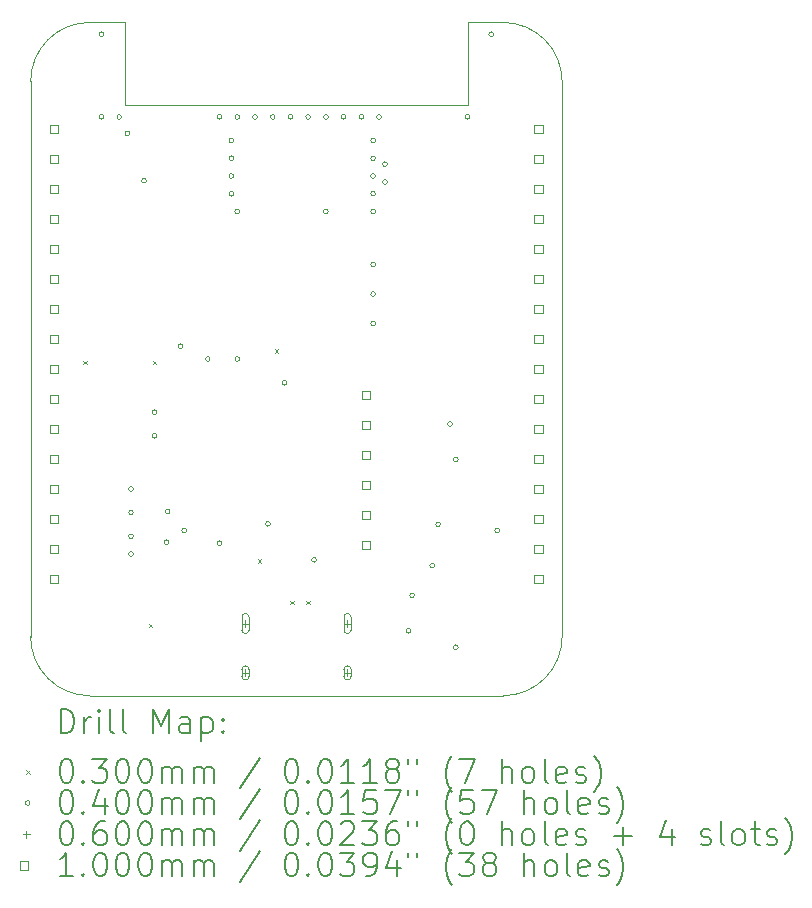
<source format=gbr>
%TF.GenerationSoftware,KiCad,Pcbnew,8.0.2*%
%TF.CreationDate,2024-06-06T14:24:53+10:00*%
%TF.ProjectId,design,64657369-676e-42e6-9b69-6361645f7063,rev?*%
%TF.SameCoordinates,Original*%
%TF.FileFunction,Drillmap*%
%TF.FilePolarity,Positive*%
%FSLAX45Y45*%
G04 Gerber Fmt 4.5, Leading zero omitted, Abs format (unit mm)*
G04 Created by KiCad (PCBNEW 8.0.2) date 2024-06-06 14:24:53*
%MOMM*%
%LPD*%
G01*
G04 APERTURE LIST*
%ADD10C,0.100000*%
%ADD11C,0.200000*%
G04 APERTURE END LIST*
D10*
X9000000Y-11200000D02*
X5500000Y-11200000D01*
X5800000Y-6200000D02*
X5800000Y-5500000D01*
X8700000Y-6200000D02*
X5800000Y-6200000D01*
X5500000Y-11200000D02*
G75*
G02*
X5000000Y-10700000I0J500000D01*
G01*
X9000000Y-5500000D02*
G75*
G02*
X9500000Y-6000000I0J-500000D01*
G01*
X5000000Y-10700000D02*
X5000000Y-6000000D01*
X5500000Y-5500000D02*
X5800000Y-5500000D01*
X9500000Y-6000000D02*
X9500000Y-10700000D01*
X9500000Y-10700000D02*
G75*
G02*
X9000000Y-11200000I-500000J0D01*
G01*
X5000000Y-6000000D02*
G75*
G02*
X5500000Y-5500000I500000J0D01*
G01*
X8700000Y-5500000D02*
X9000000Y-5500000D01*
X8700000Y-5500000D02*
X8700000Y-6200000D01*
D11*
D10*
X5445000Y-8365000D02*
X5475000Y-8395000D01*
X5475000Y-8365000D02*
X5445000Y-8395000D01*
X6000000Y-10590000D02*
X6030000Y-10620000D01*
X6030000Y-10590000D02*
X6000000Y-10620000D01*
X6035000Y-8365000D02*
X6065000Y-8395000D01*
X6065000Y-8365000D02*
X6035000Y-8395000D01*
X6923222Y-10046778D02*
X6953222Y-10076778D01*
X6953222Y-10046778D02*
X6923222Y-10076778D01*
X7065000Y-8265000D02*
X7095000Y-8295000D01*
X7095000Y-8265000D02*
X7065000Y-8295000D01*
X7197696Y-10397282D02*
X7227696Y-10427282D01*
X7227696Y-10397282D02*
X7197696Y-10427282D01*
X7333896Y-10394943D02*
X7363896Y-10424943D01*
X7363896Y-10394943D02*
X7333896Y-10424943D01*
X5620000Y-5600000D02*
G75*
G02*
X5580000Y-5600000I-20000J0D01*
G01*
X5580000Y-5600000D02*
G75*
G02*
X5620000Y-5600000I20000J0D01*
G01*
X5620000Y-6300000D02*
G75*
G02*
X5580000Y-6300000I-20000J0D01*
G01*
X5580000Y-6300000D02*
G75*
G02*
X5620000Y-6300000I20000J0D01*
G01*
X5770000Y-6300000D02*
G75*
G02*
X5730000Y-6300000I-20000J0D01*
G01*
X5730000Y-6300000D02*
G75*
G02*
X5770000Y-6300000I20000J0D01*
G01*
X5840000Y-6439500D02*
G75*
G02*
X5800000Y-6439500I-20000J0D01*
G01*
X5800000Y-6439500D02*
G75*
G02*
X5840000Y-6439500I20000J0D01*
G01*
X5870000Y-9450000D02*
G75*
G02*
X5830000Y-9450000I-20000J0D01*
G01*
X5830000Y-9450000D02*
G75*
G02*
X5870000Y-9450000I20000J0D01*
G01*
X5870000Y-9650000D02*
G75*
G02*
X5830000Y-9650000I-20000J0D01*
G01*
X5830000Y-9650000D02*
G75*
G02*
X5870000Y-9650000I20000J0D01*
G01*
X5870000Y-9850000D02*
G75*
G02*
X5830000Y-9850000I-20000J0D01*
G01*
X5830000Y-9850000D02*
G75*
G02*
X5870000Y-9850000I20000J0D01*
G01*
X5870000Y-10000000D02*
G75*
G02*
X5830000Y-10000000I-20000J0D01*
G01*
X5830000Y-10000000D02*
G75*
G02*
X5870000Y-10000000I20000J0D01*
G01*
X5980000Y-6840000D02*
G75*
G02*
X5940000Y-6840000I-20000J0D01*
G01*
X5940000Y-6840000D02*
G75*
G02*
X5980000Y-6840000I20000J0D01*
G01*
X6070000Y-8800000D02*
G75*
G02*
X6030000Y-8800000I-20000J0D01*
G01*
X6030000Y-8800000D02*
G75*
G02*
X6070000Y-8800000I20000J0D01*
G01*
X6070000Y-9000000D02*
G75*
G02*
X6030000Y-9000000I-20000J0D01*
G01*
X6030000Y-9000000D02*
G75*
G02*
X6070000Y-9000000I20000J0D01*
G01*
X6170000Y-9900000D02*
G75*
G02*
X6130000Y-9900000I-20000J0D01*
G01*
X6130000Y-9900000D02*
G75*
G02*
X6170000Y-9900000I20000J0D01*
G01*
X6180000Y-9640000D02*
G75*
G02*
X6140000Y-9640000I-20000J0D01*
G01*
X6140000Y-9640000D02*
G75*
G02*
X6180000Y-9640000I20000J0D01*
G01*
X6290000Y-8240000D02*
G75*
G02*
X6250000Y-8240000I-20000J0D01*
G01*
X6250000Y-8240000D02*
G75*
G02*
X6290000Y-8240000I20000J0D01*
G01*
X6320000Y-9800000D02*
G75*
G02*
X6280000Y-9800000I-20000J0D01*
G01*
X6280000Y-9800000D02*
G75*
G02*
X6320000Y-9800000I20000J0D01*
G01*
X6520000Y-8350000D02*
G75*
G02*
X6480000Y-8350000I-20000J0D01*
G01*
X6480000Y-8350000D02*
G75*
G02*
X6520000Y-8350000I20000J0D01*
G01*
X6620000Y-6300000D02*
G75*
G02*
X6580000Y-6300000I-20000J0D01*
G01*
X6580000Y-6300000D02*
G75*
G02*
X6620000Y-6300000I20000J0D01*
G01*
X6620000Y-9910000D02*
G75*
G02*
X6580000Y-9910000I-20000J0D01*
G01*
X6580000Y-9910000D02*
G75*
G02*
X6620000Y-9910000I20000J0D01*
G01*
X6720000Y-6500000D02*
G75*
G02*
X6680000Y-6500000I-20000J0D01*
G01*
X6680000Y-6500000D02*
G75*
G02*
X6720000Y-6500000I20000J0D01*
G01*
X6720000Y-6650000D02*
G75*
G02*
X6680000Y-6650000I-20000J0D01*
G01*
X6680000Y-6650000D02*
G75*
G02*
X6720000Y-6650000I20000J0D01*
G01*
X6720000Y-6800000D02*
G75*
G02*
X6680000Y-6800000I-20000J0D01*
G01*
X6680000Y-6800000D02*
G75*
G02*
X6720000Y-6800000I20000J0D01*
G01*
X6720000Y-6950000D02*
G75*
G02*
X6680000Y-6950000I-20000J0D01*
G01*
X6680000Y-6950000D02*
G75*
G02*
X6720000Y-6950000I20000J0D01*
G01*
X6770000Y-6300000D02*
G75*
G02*
X6730000Y-6300000I-20000J0D01*
G01*
X6730000Y-6300000D02*
G75*
G02*
X6770000Y-6300000I20000J0D01*
G01*
X6770000Y-7100000D02*
G75*
G02*
X6730000Y-7100000I-20000J0D01*
G01*
X6730000Y-7100000D02*
G75*
G02*
X6770000Y-7100000I20000J0D01*
G01*
X6770000Y-8350000D02*
G75*
G02*
X6730000Y-8350000I-20000J0D01*
G01*
X6730000Y-8350000D02*
G75*
G02*
X6770000Y-8350000I20000J0D01*
G01*
X6920000Y-6300000D02*
G75*
G02*
X6880000Y-6300000I-20000J0D01*
G01*
X6880000Y-6300000D02*
G75*
G02*
X6920000Y-6300000I20000J0D01*
G01*
X7029427Y-9745093D02*
G75*
G02*
X6989427Y-9745093I-20000J0D01*
G01*
X6989427Y-9745093D02*
G75*
G02*
X7029427Y-9745093I20000J0D01*
G01*
X7070000Y-6300000D02*
G75*
G02*
X7030000Y-6300000I-20000J0D01*
G01*
X7030000Y-6300000D02*
G75*
G02*
X7070000Y-6300000I20000J0D01*
G01*
X7170000Y-8550000D02*
G75*
G02*
X7130000Y-8550000I-20000J0D01*
G01*
X7130000Y-8550000D02*
G75*
G02*
X7170000Y-8550000I20000J0D01*
G01*
X7220000Y-6300000D02*
G75*
G02*
X7180000Y-6300000I-20000J0D01*
G01*
X7180000Y-6300000D02*
G75*
G02*
X7220000Y-6300000I20000J0D01*
G01*
X7370000Y-6300000D02*
G75*
G02*
X7330000Y-6300000I-20000J0D01*
G01*
X7330000Y-6300000D02*
G75*
G02*
X7370000Y-6300000I20000J0D01*
G01*
X7420000Y-10050000D02*
G75*
G02*
X7380000Y-10050000I-20000J0D01*
G01*
X7380000Y-10050000D02*
G75*
G02*
X7420000Y-10050000I20000J0D01*
G01*
X7520000Y-6300000D02*
G75*
G02*
X7480000Y-6300000I-20000J0D01*
G01*
X7480000Y-6300000D02*
G75*
G02*
X7520000Y-6300000I20000J0D01*
G01*
X7520000Y-7100000D02*
G75*
G02*
X7480000Y-7100000I-20000J0D01*
G01*
X7480000Y-7100000D02*
G75*
G02*
X7520000Y-7100000I20000J0D01*
G01*
X7670000Y-6300000D02*
G75*
G02*
X7630000Y-6300000I-20000J0D01*
G01*
X7630000Y-6300000D02*
G75*
G02*
X7670000Y-6300000I20000J0D01*
G01*
X7820000Y-6300000D02*
G75*
G02*
X7780000Y-6300000I-20000J0D01*
G01*
X7780000Y-6300000D02*
G75*
G02*
X7820000Y-6300000I20000J0D01*
G01*
X7920000Y-6500000D02*
G75*
G02*
X7880000Y-6500000I-20000J0D01*
G01*
X7880000Y-6500000D02*
G75*
G02*
X7920000Y-6500000I20000J0D01*
G01*
X7920000Y-6650000D02*
G75*
G02*
X7880000Y-6650000I-20000J0D01*
G01*
X7880000Y-6650000D02*
G75*
G02*
X7920000Y-6650000I20000J0D01*
G01*
X7920000Y-6800000D02*
G75*
G02*
X7880000Y-6800000I-20000J0D01*
G01*
X7880000Y-6800000D02*
G75*
G02*
X7920000Y-6800000I20000J0D01*
G01*
X7920000Y-6950000D02*
G75*
G02*
X7880000Y-6950000I-20000J0D01*
G01*
X7880000Y-6950000D02*
G75*
G02*
X7920000Y-6950000I20000J0D01*
G01*
X7920000Y-7100000D02*
G75*
G02*
X7880000Y-7100000I-20000J0D01*
G01*
X7880000Y-7100000D02*
G75*
G02*
X7920000Y-7100000I20000J0D01*
G01*
X7920000Y-7550000D02*
G75*
G02*
X7880000Y-7550000I-20000J0D01*
G01*
X7880000Y-7550000D02*
G75*
G02*
X7920000Y-7550000I20000J0D01*
G01*
X7920000Y-7800000D02*
G75*
G02*
X7880000Y-7800000I-20000J0D01*
G01*
X7880000Y-7800000D02*
G75*
G02*
X7920000Y-7800000I20000J0D01*
G01*
X7920000Y-8050000D02*
G75*
G02*
X7880000Y-8050000I-20000J0D01*
G01*
X7880000Y-8050000D02*
G75*
G02*
X7920000Y-8050000I20000J0D01*
G01*
X7970000Y-6300000D02*
G75*
G02*
X7930000Y-6300000I-20000J0D01*
G01*
X7930000Y-6300000D02*
G75*
G02*
X7970000Y-6300000I20000J0D01*
G01*
X8020000Y-6700000D02*
G75*
G02*
X7980000Y-6700000I-20000J0D01*
G01*
X7980000Y-6700000D02*
G75*
G02*
X8020000Y-6700000I20000J0D01*
G01*
X8020000Y-6850000D02*
G75*
G02*
X7980000Y-6850000I-20000J0D01*
G01*
X7980000Y-6850000D02*
G75*
G02*
X8020000Y-6850000I20000J0D01*
G01*
X8220000Y-10650000D02*
G75*
G02*
X8180000Y-10650000I-20000J0D01*
G01*
X8180000Y-10650000D02*
G75*
G02*
X8220000Y-10650000I20000J0D01*
G01*
X8250000Y-10350000D02*
G75*
G02*
X8210000Y-10350000I-20000J0D01*
G01*
X8210000Y-10350000D02*
G75*
G02*
X8250000Y-10350000I20000J0D01*
G01*
X8420000Y-10100000D02*
G75*
G02*
X8380000Y-10100000I-20000J0D01*
G01*
X8380000Y-10100000D02*
G75*
G02*
X8420000Y-10100000I20000J0D01*
G01*
X8470000Y-9750000D02*
G75*
G02*
X8430000Y-9750000I-20000J0D01*
G01*
X8430000Y-9750000D02*
G75*
G02*
X8470000Y-9750000I20000J0D01*
G01*
X8570000Y-8900000D02*
G75*
G02*
X8530000Y-8900000I-20000J0D01*
G01*
X8530000Y-8900000D02*
G75*
G02*
X8570000Y-8900000I20000J0D01*
G01*
X8620000Y-9200000D02*
G75*
G02*
X8580000Y-9200000I-20000J0D01*
G01*
X8580000Y-9200000D02*
G75*
G02*
X8620000Y-9200000I20000J0D01*
G01*
X8620000Y-10790000D02*
G75*
G02*
X8580000Y-10790000I-20000J0D01*
G01*
X8580000Y-10790000D02*
G75*
G02*
X8620000Y-10790000I20000J0D01*
G01*
X8720000Y-6300000D02*
G75*
G02*
X8680000Y-6300000I-20000J0D01*
G01*
X8680000Y-6300000D02*
G75*
G02*
X8720000Y-6300000I20000J0D01*
G01*
X8920000Y-5600000D02*
G75*
G02*
X8880000Y-5600000I-20000J0D01*
G01*
X8880000Y-5600000D02*
G75*
G02*
X8920000Y-5600000I20000J0D01*
G01*
X8970000Y-9800000D02*
G75*
G02*
X8930000Y-9800000I-20000J0D01*
G01*
X8930000Y-9800000D02*
G75*
G02*
X8970000Y-9800000I20000J0D01*
G01*
X6818000Y-10559500D02*
X6818000Y-10619500D01*
X6788000Y-10589500D02*
X6848000Y-10589500D01*
X6788000Y-10534500D02*
X6788000Y-10644500D01*
X6848000Y-10644500D02*
G75*
G02*
X6788000Y-10644500I-30000J0D01*
G01*
X6848000Y-10644500D02*
X6848000Y-10534500D01*
X6848000Y-10534500D02*
G75*
G03*
X6788000Y-10534500I-30000J0D01*
G01*
X6818000Y-10977500D02*
X6818000Y-11037500D01*
X6788000Y-11007500D02*
X6848000Y-11007500D01*
X6788000Y-10977500D02*
X6788000Y-11037500D01*
X6848000Y-11037500D02*
G75*
G02*
X6788000Y-11037500I-30000J0D01*
G01*
X6848000Y-11037500D02*
X6848000Y-10977500D01*
X6848000Y-10977500D02*
G75*
G03*
X6788000Y-10977500I-30000J0D01*
G01*
X7682000Y-10559500D02*
X7682000Y-10619500D01*
X7652000Y-10589500D02*
X7712000Y-10589500D01*
X7652000Y-10534500D02*
X7652000Y-10644500D01*
X7712000Y-10644500D02*
G75*
G02*
X7652000Y-10644500I-30000J0D01*
G01*
X7712000Y-10644500D02*
X7712000Y-10534500D01*
X7712000Y-10534500D02*
G75*
G03*
X7652000Y-10534500I-30000J0D01*
G01*
X7682000Y-10977500D02*
X7682000Y-11037500D01*
X7652000Y-11007500D02*
X7712000Y-11007500D01*
X7652000Y-10977500D02*
X7652000Y-11037500D01*
X7712000Y-11037500D02*
G75*
G02*
X7652000Y-11037500I-30000J0D01*
G01*
X7712000Y-11037500D02*
X7712000Y-10977500D01*
X7712000Y-10977500D02*
G75*
G03*
X7652000Y-10977500I-30000J0D01*
G01*
X5235356Y-6435356D02*
X5235356Y-6364644D01*
X5164644Y-6364644D01*
X5164644Y-6435356D01*
X5235356Y-6435356D01*
X5235356Y-6689356D02*
X5235356Y-6618644D01*
X5164644Y-6618644D01*
X5164644Y-6689356D01*
X5235356Y-6689356D01*
X5235356Y-6943356D02*
X5235356Y-6872644D01*
X5164644Y-6872644D01*
X5164644Y-6943356D01*
X5235356Y-6943356D01*
X5235356Y-7197356D02*
X5235356Y-7126644D01*
X5164644Y-7126644D01*
X5164644Y-7197356D01*
X5235356Y-7197356D01*
X5235356Y-7451356D02*
X5235356Y-7380644D01*
X5164644Y-7380644D01*
X5164644Y-7451356D01*
X5235356Y-7451356D01*
X5235356Y-7705356D02*
X5235356Y-7634644D01*
X5164644Y-7634644D01*
X5164644Y-7705356D01*
X5235356Y-7705356D01*
X5235356Y-7959356D02*
X5235356Y-7888644D01*
X5164644Y-7888644D01*
X5164644Y-7959356D01*
X5235356Y-7959356D01*
X5235356Y-8213356D02*
X5235356Y-8142644D01*
X5164644Y-8142644D01*
X5164644Y-8213356D01*
X5235356Y-8213356D01*
X5235356Y-8467356D02*
X5235356Y-8396644D01*
X5164644Y-8396644D01*
X5164644Y-8467356D01*
X5235356Y-8467356D01*
X5235356Y-8721356D02*
X5235356Y-8650644D01*
X5164644Y-8650644D01*
X5164644Y-8721356D01*
X5235356Y-8721356D01*
X5235356Y-8975356D02*
X5235356Y-8904644D01*
X5164644Y-8904644D01*
X5164644Y-8975356D01*
X5235356Y-8975356D01*
X5235356Y-9229356D02*
X5235356Y-9158644D01*
X5164644Y-9158644D01*
X5164644Y-9229356D01*
X5235356Y-9229356D01*
X5235356Y-9483356D02*
X5235356Y-9412644D01*
X5164644Y-9412644D01*
X5164644Y-9483356D01*
X5235356Y-9483356D01*
X5235356Y-9737356D02*
X5235356Y-9666644D01*
X5164644Y-9666644D01*
X5164644Y-9737356D01*
X5235356Y-9737356D01*
X5235356Y-9991356D02*
X5235356Y-9920644D01*
X5164644Y-9920644D01*
X5164644Y-9991356D01*
X5235356Y-9991356D01*
X5235356Y-10245356D02*
X5235356Y-10174644D01*
X5164644Y-10174644D01*
X5164644Y-10245356D01*
X5235356Y-10245356D01*
X7875356Y-8691356D02*
X7875356Y-8620644D01*
X7804644Y-8620644D01*
X7804644Y-8691356D01*
X7875356Y-8691356D01*
X7875356Y-8945356D02*
X7875356Y-8874644D01*
X7804644Y-8874644D01*
X7804644Y-8945356D01*
X7875356Y-8945356D01*
X7875356Y-9199356D02*
X7875356Y-9128644D01*
X7804644Y-9128644D01*
X7804644Y-9199356D01*
X7875356Y-9199356D01*
X7875356Y-9453356D02*
X7875356Y-9382644D01*
X7804644Y-9382644D01*
X7804644Y-9453356D01*
X7875356Y-9453356D01*
X7875356Y-9707356D02*
X7875356Y-9636644D01*
X7804644Y-9636644D01*
X7804644Y-9707356D01*
X7875356Y-9707356D01*
X7875356Y-9961356D02*
X7875356Y-9890644D01*
X7804644Y-9890644D01*
X7804644Y-9961356D01*
X7875356Y-9961356D01*
X9335356Y-6435356D02*
X9335356Y-6364644D01*
X9264644Y-6364644D01*
X9264644Y-6435356D01*
X9335356Y-6435356D01*
X9335356Y-6689356D02*
X9335356Y-6618644D01*
X9264644Y-6618644D01*
X9264644Y-6689356D01*
X9335356Y-6689356D01*
X9335356Y-6943356D02*
X9335356Y-6872644D01*
X9264644Y-6872644D01*
X9264644Y-6943356D01*
X9335356Y-6943356D01*
X9335356Y-7197356D02*
X9335356Y-7126644D01*
X9264644Y-7126644D01*
X9264644Y-7197356D01*
X9335356Y-7197356D01*
X9335356Y-7451356D02*
X9335356Y-7380644D01*
X9264644Y-7380644D01*
X9264644Y-7451356D01*
X9335356Y-7451356D01*
X9335356Y-7705356D02*
X9335356Y-7634644D01*
X9264644Y-7634644D01*
X9264644Y-7705356D01*
X9335356Y-7705356D01*
X9335356Y-7959356D02*
X9335356Y-7888644D01*
X9264644Y-7888644D01*
X9264644Y-7959356D01*
X9335356Y-7959356D01*
X9335356Y-8213356D02*
X9335356Y-8142644D01*
X9264644Y-8142644D01*
X9264644Y-8213356D01*
X9335356Y-8213356D01*
X9335356Y-8467356D02*
X9335356Y-8396644D01*
X9264644Y-8396644D01*
X9264644Y-8467356D01*
X9335356Y-8467356D01*
X9335356Y-8721356D02*
X9335356Y-8650644D01*
X9264644Y-8650644D01*
X9264644Y-8721356D01*
X9335356Y-8721356D01*
X9335356Y-8975356D02*
X9335356Y-8904644D01*
X9264644Y-8904644D01*
X9264644Y-8975356D01*
X9335356Y-8975356D01*
X9335356Y-9229356D02*
X9335356Y-9158644D01*
X9264644Y-9158644D01*
X9264644Y-9229356D01*
X9335356Y-9229356D01*
X9335356Y-9483356D02*
X9335356Y-9412644D01*
X9264644Y-9412644D01*
X9264644Y-9483356D01*
X9335356Y-9483356D01*
X9335356Y-9737356D02*
X9335356Y-9666644D01*
X9264644Y-9666644D01*
X9264644Y-9737356D01*
X9335356Y-9737356D01*
X9335356Y-9991356D02*
X9335356Y-9920644D01*
X9264644Y-9920644D01*
X9264644Y-9991356D01*
X9335356Y-9991356D01*
X9335356Y-10245356D02*
X9335356Y-10174644D01*
X9264644Y-10174644D01*
X9264644Y-10245356D01*
X9335356Y-10245356D01*
D11*
X5255777Y-11516484D02*
X5255777Y-11316484D01*
X5255777Y-11316484D02*
X5303396Y-11316484D01*
X5303396Y-11316484D02*
X5331967Y-11326008D01*
X5331967Y-11326008D02*
X5351015Y-11345055D01*
X5351015Y-11345055D02*
X5360539Y-11364103D01*
X5360539Y-11364103D02*
X5370063Y-11402198D01*
X5370063Y-11402198D02*
X5370063Y-11430769D01*
X5370063Y-11430769D02*
X5360539Y-11468865D01*
X5360539Y-11468865D02*
X5351015Y-11487912D01*
X5351015Y-11487912D02*
X5331967Y-11506960D01*
X5331967Y-11506960D02*
X5303396Y-11516484D01*
X5303396Y-11516484D02*
X5255777Y-11516484D01*
X5455777Y-11516484D02*
X5455777Y-11383150D01*
X5455777Y-11421246D02*
X5465301Y-11402198D01*
X5465301Y-11402198D02*
X5474824Y-11392674D01*
X5474824Y-11392674D02*
X5493872Y-11383150D01*
X5493872Y-11383150D02*
X5512920Y-11383150D01*
X5579586Y-11516484D02*
X5579586Y-11383150D01*
X5579586Y-11316484D02*
X5570063Y-11326008D01*
X5570063Y-11326008D02*
X5579586Y-11335531D01*
X5579586Y-11335531D02*
X5589110Y-11326008D01*
X5589110Y-11326008D02*
X5579586Y-11316484D01*
X5579586Y-11316484D02*
X5579586Y-11335531D01*
X5703396Y-11516484D02*
X5684348Y-11506960D01*
X5684348Y-11506960D02*
X5674824Y-11487912D01*
X5674824Y-11487912D02*
X5674824Y-11316484D01*
X5808158Y-11516484D02*
X5789110Y-11506960D01*
X5789110Y-11506960D02*
X5779586Y-11487912D01*
X5779586Y-11487912D02*
X5779586Y-11316484D01*
X6036729Y-11516484D02*
X6036729Y-11316484D01*
X6036729Y-11316484D02*
X6103396Y-11459341D01*
X6103396Y-11459341D02*
X6170062Y-11316484D01*
X6170062Y-11316484D02*
X6170062Y-11516484D01*
X6351015Y-11516484D02*
X6351015Y-11411722D01*
X6351015Y-11411722D02*
X6341491Y-11392674D01*
X6341491Y-11392674D02*
X6322443Y-11383150D01*
X6322443Y-11383150D02*
X6284348Y-11383150D01*
X6284348Y-11383150D02*
X6265301Y-11392674D01*
X6351015Y-11506960D02*
X6331967Y-11516484D01*
X6331967Y-11516484D02*
X6284348Y-11516484D01*
X6284348Y-11516484D02*
X6265301Y-11506960D01*
X6265301Y-11506960D02*
X6255777Y-11487912D01*
X6255777Y-11487912D02*
X6255777Y-11468865D01*
X6255777Y-11468865D02*
X6265301Y-11449817D01*
X6265301Y-11449817D02*
X6284348Y-11440293D01*
X6284348Y-11440293D02*
X6331967Y-11440293D01*
X6331967Y-11440293D02*
X6351015Y-11430769D01*
X6446253Y-11383150D02*
X6446253Y-11583150D01*
X6446253Y-11392674D02*
X6465301Y-11383150D01*
X6465301Y-11383150D02*
X6503396Y-11383150D01*
X6503396Y-11383150D02*
X6522443Y-11392674D01*
X6522443Y-11392674D02*
X6531967Y-11402198D01*
X6531967Y-11402198D02*
X6541491Y-11421246D01*
X6541491Y-11421246D02*
X6541491Y-11478388D01*
X6541491Y-11478388D02*
X6531967Y-11497436D01*
X6531967Y-11497436D02*
X6522443Y-11506960D01*
X6522443Y-11506960D02*
X6503396Y-11516484D01*
X6503396Y-11516484D02*
X6465301Y-11516484D01*
X6465301Y-11516484D02*
X6446253Y-11506960D01*
X6627205Y-11497436D02*
X6636729Y-11506960D01*
X6636729Y-11506960D02*
X6627205Y-11516484D01*
X6627205Y-11516484D02*
X6617682Y-11506960D01*
X6617682Y-11506960D02*
X6627205Y-11497436D01*
X6627205Y-11497436D02*
X6627205Y-11516484D01*
X6627205Y-11392674D02*
X6636729Y-11402198D01*
X6636729Y-11402198D02*
X6627205Y-11411722D01*
X6627205Y-11411722D02*
X6617682Y-11402198D01*
X6617682Y-11402198D02*
X6627205Y-11392674D01*
X6627205Y-11392674D02*
X6627205Y-11411722D01*
D10*
X4965000Y-11830000D02*
X4995000Y-11860000D01*
X4995000Y-11830000D02*
X4965000Y-11860000D01*
D11*
X5293872Y-11736484D02*
X5312920Y-11736484D01*
X5312920Y-11736484D02*
X5331967Y-11746008D01*
X5331967Y-11746008D02*
X5341491Y-11755531D01*
X5341491Y-11755531D02*
X5351015Y-11774579D01*
X5351015Y-11774579D02*
X5360539Y-11812674D01*
X5360539Y-11812674D02*
X5360539Y-11860293D01*
X5360539Y-11860293D02*
X5351015Y-11898388D01*
X5351015Y-11898388D02*
X5341491Y-11917436D01*
X5341491Y-11917436D02*
X5331967Y-11926960D01*
X5331967Y-11926960D02*
X5312920Y-11936484D01*
X5312920Y-11936484D02*
X5293872Y-11936484D01*
X5293872Y-11936484D02*
X5274824Y-11926960D01*
X5274824Y-11926960D02*
X5265301Y-11917436D01*
X5265301Y-11917436D02*
X5255777Y-11898388D01*
X5255777Y-11898388D02*
X5246253Y-11860293D01*
X5246253Y-11860293D02*
X5246253Y-11812674D01*
X5246253Y-11812674D02*
X5255777Y-11774579D01*
X5255777Y-11774579D02*
X5265301Y-11755531D01*
X5265301Y-11755531D02*
X5274824Y-11746008D01*
X5274824Y-11746008D02*
X5293872Y-11736484D01*
X5446253Y-11917436D02*
X5455777Y-11926960D01*
X5455777Y-11926960D02*
X5446253Y-11936484D01*
X5446253Y-11936484D02*
X5436729Y-11926960D01*
X5436729Y-11926960D02*
X5446253Y-11917436D01*
X5446253Y-11917436D02*
X5446253Y-11936484D01*
X5522444Y-11736484D02*
X5646253Y-11736484D01*
X5646253Y-11736484D02*
X5579586Y-11812674D01*
X5579586Y-11812674D02*
X5608158Y-11812674D01*
X5608158Y-11812674D02*
X5627205Y-11822198D01*
X5627205Y-11822198D02*
X5636729Y-11831722D01*
X5636729Y-11831722D02*
X5646253Y-11850769D01*
X5646253Y-11850769D02*
X5646253Y-11898388D01*
X5646253Y-11898388D02*
X5636729Y-11917436D01*
X5636729Y-11917436D02*
X5627205Y-11926960D01*
X5627205Y-11926960D02*
X5608158Y-11936484D01*
X5608158Y-11936484D02*
X5551015Y-11936484D01*
X5551015Y-11936484D02*
X5531967Y-11926960D01*
X5531967Y-11926960D02*
X5522444Y-11917436D01*
X5770062Y-11736484D02*
X5789110Y-11736484D01*
X5789110Y-11736484D02*
X5808158Y-11746008D01*
X5808158Y-11746008D02*
X5817682Y-11755531D01*
X5817682Y-11755531D02*
X5827205Y-11774579D01*
X5827205Y-11774579D02*
X5836729Y-11812674D01*
X5836729Y-11812674D02*
X5836729Y-11860293D01*
X5836729Y-11860293D02*
X5827205Y-11898388D01*
X5827205Y-11898388D02*
X5817682Y-11917436D01*
X5817682Y-11917436D02*
X5808158Y-11926960D01*
X5808158Y-11926960D02*
X5789110Y-11936484D01*
X5789110Y-11936484D02*
X5770062Y-11936484D01*
X5770062Y-11936484D02*
X5751015Y-11926960D01*
X5751015Y-11926960D02*
X5741491Y-11917436D01*
X5741491Y-11917436D02*
X5731967Y-11898388D01*
X5731967Y-11898388D02*
X5722443Y-11860293D01*
X5722443Y-11860293D02*
X5722443Y-11812674D01*
X5722443Y-11812674D02*
X5731967Y-11774579D01*
X5731967Y-11774579D02*
X5741491Y-11755531D01*
X5741491Y-11755531D02*
X5751015Y-11746008D01*
X5751015Y-11746008D02*
X5770062Y-11736484D01*
X5960539Y-11736484D02*
X5979586Y-11736484D01*
X5979586Y-11736484D02*
X5998634Y-11746008D01*
X5998634Y-11746008D02*
X6008158Y-11755531D01*
X6008158Y-11755531D02*
X6017682Y-11774579D01*
X6017682Y-11774579D02*
X6027205Y-11812674D01*
X6027205Y-11812674D02*
X6027205Y-11860293D01*
X6027205Y-11860293D02*
X6017682Y-11898388D01*
X6017682Y-11898388D02*
X6008158Y-11917436D01*
X6008158Y-11917436D02*
X5998634Y-11926960D01*
X5998634Y-11926960D02*
X5979586Y-11936484D01*
X5979586Y-11936484D02*
X5960539Y-11936484D01*
X5960539Y-11936484D02*
X5941491Y-11926960D01*
X5941491Y-11926960D02*
X5931967Y-11917436D01*
X5931967Y-11917436D02*
X5922443Y-11898388D01*
X5922443Y-11898388D02*
X5912920Y-11860293D01*
X5912920Y-11860293D02*
X5912920Y-11812674D01*
X5912920Y-11812674D02*
X5922443Y-11774579D01*
X5922443Y-11774579D02*
X5931967Y-11755531D01*
X5931967Y-11755531D02*
X5941491Y-11746008D01*
X5941491Y-11746008D02*
X5960539Y-11736484D01*
X6112920Y-11936484D02*
X6112920Y-11803150D01*
X6112920Y-11822198D02*
X6122443Y-11812674D01*
X6122443Y-11812674D02*
X6141491Y-11803150D01*
X6141491Y-11803150D02*
X6170063Y-11803150D01*
X6170063Y-11803150D02*
X6189110Y-11812674D01*
X6189110Y-11812674D02*
X6198634Y-11831722D01*
X6198634Y-11831722D02*
X6198634Y-11936484D01*
X6198634Y-11831722D02*
X6208158Y-11812674D01*
X6208158Y-11812674D02*
X6227205Y-11803150D01*
X6227205Y-11803150D02*
X6255777Y-11803150D01*
X6255777Y-11803150D02*
X6274824Y-11812674D01*
X6274824Y-11812674D02*
X6284348Y-11831722D01*
X6284348Y-11831722D02*
X6284348Y-11936484D01*
X6379586Y-11936484D02*
X6379586Y-11803150D01*
X6379586Y-11822198D02*
X6389110Y-11812674D01*
X6389110Y-11812674D02*
X6408158Y-11803150D01*
X6408158Y-11803150D02*
X6436729Y-11803150D01*
X6436729Y-11803150D02*
X6455777Y-11812674D01*
X6455777Y-11812674D02*
X6465301Y-11831722D01*
X6465301Y-11831722D02*
X6465301Y-11936484D01*
X6465301Y-11831722D02*
X6474824Y-11812674D01*
X6474824Y-11812674D02*
X6493872Y-11803150D01*
X6493872Y-11803150D02*
X6522443Y-11803150D01*
X6522443Y-11803150D02*
X6541491Y-11812674D01*
X6541491Y-11812674D02*
X6551015Y-11831722D01*
X6551015Y-11831722D02*
X6551015Y-11936484D01*
X6941491Y-11726960D02*
X6770063Y-11984103D01*
X7198634Y-11736484D02*
X7217682Y-11736484D01*
X7217682Y-11736484D02*
X7236729Y-11746008D01*
X7236729Y-11746008D02*
X7246253Y-11755531D01*
X7246253Y-11755531D02*
X7255777Y-11774579D01*
X7255777Y-11774579D02*
X7265301Y-11812674D01*
X7265301Y-11812674D02*
X7265301Y-11860293D01*
X7265301Y-11860293D02*
X7255777Y-11898388D01*
X7255777Y-11898388D02*
X7246253Y-11917436D01*
X7246253Y-11917436D02*
X7236729Y-11926960D01*
X7236729Y-11926960D02*
X7217682Y-11936484D01*
X7217682Y-11936484D02*
X7198634Y-11936484D01*
X7198634Y-11936484D02*
X7179586Y-11926960D01*
X7179586Y-11926960D02*
X7170063Y-11917436D01*
X7170063Y-11917436D02*
X7160539Y-11898388D01*
X7160539Y-11898388D02*
X7151015Y-11860293D01*
X7151015Y-11860293D02*
X7151015Y-11812674D01*
X7151015Y-11812674D02*
X7160539Y-11774579D01*
X7160539Y-11774579D02*
X7170063Y-11755531D01*
X7170063Y-11755531D02*
X7179586Y-11746008D01*
X7179586Y-11746008D02*
X7198634Y-11736484D01*
X7351015Y-11917436D02*
X7360539Y-11926960D01*
X7360539Y-11926960D02*
X7351015Y-11936484D01*
X7351015Y-11936484D02*
X7341491Y-11926960D01*
X7341491Y-11926960D02*
X7351015Y-11917436D01*
X7351015Y-11917436D02*
X7351015Y-11936484D01*
X7484348Y-11736484D02*
X7503396Y-11736484D01*
X7503396Y-11736484D02*
X7522444Y-11746008D01*
X7522444Y-11746008D02*
X7531967Y-11755531D01*
X7531967Y-11755531D02*
X7541491Y-11774579D01*
X7541491Y-11774579D02*
X7551015Y-11812674D01*
X7551015Y-11812674D02*
X7551015Y-11860293D01*
X7551015Y-11860293D02*
X7541491Y-11898388D01*
X7541491Y-11898388D02*
X7531967Y-11917436D01*
X7531967Y-11917436D02*
X7522444Y-11926960D01*
X7522444Y-11926960D02*
X7503396Y-11936484D01*
X7503396Y-11936484D02*
X7484348Y-11936484D01*
X7484348Y-11936484D02*
X7465301Y-11926960D01*
X7465301Y-11926960D02*
X7455777Y-11917436D01*
X7455777Y-11917436D02*
X7446253Y-11898388D01*
X7446253Y-11898388D02*
X7436729Y-11860293D01*
X7436729Y-11860293D02*
X7436729Y-11812674D01*
X7436729Y-11812674D02*
X7446253Y-11774579D01*
X7446253Y-11774579D02*
X7455777Y-11755531D01*
X7455777Y-11755531D02*
X7465301Y-11746008D01*
X7465301Y-11746008D02*
X7484348Y-11736484D01*
X7741491Y-11936484D02*
X7627206Y-11936484D01*
X7684348Y-11936484D02*
X7684348Y-11736484D01*
X7684348Y-11736484D02*
X7665301Y-11765055D01*
X7665301Y-11765055D02*
X7646253Y-11784103D01*
X7646253Y-11784103D02*
X7627206Y-11793627D01*
X7931967Y-11936484D02*
X7817682Y-11936484D01*
X7874825Y-11936484D02*
X7874825Y-11736484D01*
X7874825Y-11736484D02*
X7855777Y-11765055D01*
X7855777Y-11765055D02*
X7836729Y-11784103D01*
X7836729Y-11784103D02*
X7817682Y-11793627D01*
X8046253Y-11822198D02*
X8027206Y-11812674D01*
X8027206Y-11812674D02*
X8017682Y-11803150D01*
X8017682Y-11803150D02*
X8008158Y-11784103D01*
X8008158Y-11784103D02*
X8008158Y-11774579D01*
X8008158Y-11774579D02*
X8017682Y-11755531D01*
X8017682Y-11755531D02*
X8027206Y-11746008D01*
X8027206Y-11746008D02*
X8046253Y-11736484D01*
X8046253Y-11736484D02*
X8084348Y-11736484D01*
X8084348Y-11736484D02*
X8103396Y-11746008D01*
X8103396Y-11746008D02*
X8112920Y-11755531D01*
X8112920Y-11755531D02*
X8122444Y-11774579D01*
X8122444Y-11774579D02*
X8122444Y-11784103D01*
X8122444Y-11784103D02*
X8112920Y-11803150D01*
X8112920Y-11803150D02*
X8103396Y-11812674D01*
X8103396Y-11812674D02*
X8084348Y-11822198D01*
X8084348Y-11822198D02*
X8046253Y-11822198D01*
X8046253Y-11822198D02*
X8027206Y-11831722D01*
X8027206Y-11831722D02*
X8017682Y-11841246D01*
X8017682Y-11841246D02*
X8008158Y-11860293D01*
X8008158Y-11860293D02*
X8008158Y-11898388D01*
X8008158Y-11898388D02*
X8017682Y-11917436D01*
X8017682Y-11917436D02*
X8027206Y-11926960D01*
X8027206Y-11926960D02*
X8046253Y-11936484D01*
X8046253Y-11936484D02*
X8084348Y-11936484D01*
X8084348Y-11936484D02*
X8103396Y-11926960D01*
X8103396Y-11926960D02*
X8112920Y-11917436D01*
X8112920Y-11917436D02*
X8122444Y-11898388D01*
X8122444Y-11898388D02*
X8122444Y-11860293D01*
X8122444Y-11860293D02*
X8112920Y-11841246D01*
X8112920Y-11841246D02*
X8103396Y-11831722D01*
X8103396Y-11831722D02*
X8084348Y-11822198D01*
X8198634Y-11736484D02*
X8198634Y-11774579D01*
X8274825Y-11736484D02*
X8274825Y-11774579D01*
X8570063Y-12012674D02*
X8560539Y-12003150D01*
X8560539Y-12003150D02*
X8541491Y-11974579D01*
X8541491Y-11974579D02*
X8531968Y-11955531D01*
X8531968Y-11955531D02*
X8522444Y-11926960D01*
X8522444Y-11926960D02*
X8512920Y-11879341D01*
X8512920Y-11879341D02*
X8512920Y-11841246D01*
X8512920Y-11841246D02*
X8522444Y-11793627D01*
X8522444Y-11793627D02*
X8531968Y-11765055D01*
X8531968Y-11765055D02*
X8541491Y-11746008D01*
X8541491Y-11746008D02*
X8560539Y-11717436D01*
X8560539Y-11717436D02*
X8570063Y-11707912D01*
X8627206Y-11736484D02*
X8760539Y-11736484D01*
X8760539Y-11736484D02*
X8674825Y-11936484D01*
X8989111Y-11936484D02*
X8989111Y-11736484D01*
X9074825Y-11936484D02*
X9074825Y-11831722D01*
X9074825Y-11831722D02*
X9065301Y-11812674D01*
X9065301Y-11812674D02*
X9046253Y-11803150D01*
X9046253Y-11803150D02*
X9017682Y-11803150D01*
X9017682Y-11803150D02*
X8998634Y-11812674D01*
X8998634Y-11812674D02*
X8989111Y-11822198D01*
X9198634Y-11936484D02*
X9179587Y-11926960D01*
X9179587Y-11926960D02*
X9170063Y-11917436D01*
X9170063Y-11917436D02*
X9160539Y-11898388D01*
X9160539Y-11898388D02*
X9160539Y-11841246D01*
X9160539Y-11841246D02*
X9170063Y-11822198D01*
X9170063Y-11822198D02*
X9179587Y-11812674D01*
X9179587Y-11812674D02*
X9198634Y-11803150D01*
X9198634Y-11803150D02*
X9227206Y-11803150D01*
X9227206Y-11803150D02*
X9246253Y-11812674D01*
X9246253Y-11812674D02*
X9255777Y-11822198D01*
X9255777Y-11822198D02*
X9265301Y-11841246D01*
X9265301Y-11841246D02*
X9265301Y-11898388D01*
X9265301Y-11898388D02*
X9255777Y-11917436D01*
X9255777Y-11917436D02*
X9246253Y-11926960D01*
X9246253Y-11926960D02*
X9227206Y-11936484D01*
X9227206Y-11936484D02*
X9198634Y-11936484D01*
X9379587Y-11936484D02*
X9360539Y-11926960D01*
X9360539Y-11926960D02*
X9351015Y-11907912D01*
X9351015Y-11907912D02*
X9351015Y-11736484D01*
X9531968Y-11926960D02*
X9512920Y-11936484D01*
X9512920Y-11936484D02*
X9474825Y-11936484D01*
X9474825Y-11936484D02*
X9455777Y-11926960D01*
X9455777Y-11926960D02*
X9446253Y-11907912D01*
X9446253Y-11907912D02*
X9446253Y-11831722D01*
X9446253Y-11831722D02*
X9455777Y-11812674D01*
X9455777Y-11812674D02*
X9474825Y-11803150D01*
X9474825Y-11803150D02*
X9512920Y-11803150D01*
X9512920Y-11803150D02*
X9531968Y-11812674D01*
X9531968Y-11812674D02*
X9541492Y-11831722D01*
X9541492Y-11831722D02*
X9541492Y-11850769D01*
X9541492Y-11850769D02*
X9446253Y-11869817D01*
X9617682Y-11926960D02*
X9636730Y-11936484D01*
X9636730Y-11936484D02*
X9674825Y-11936484D01*
X9674825Y-11936484D02*
X9693873Y-11926960D01*
X9693873Y-11926960D02*
X9703396Y-11907912D01*
X9703396Y-11907912D02*
X9703396Y-11898388D01*
X9703396Y-11898388D02*
X9693873Y-11879341D01*
X9693873Y-11879341D02*
X9674825Y-11869817D01*
X9674825Y-11869817D02*
X9646253Y-11869817D01*
X9646253Y-11869817D02*
X9627206Y-11860293D01*
X9627206Y-11860293D02*
X9617682Y-11841246D01*
X9617682Y-11841246D02*
X9617682Y-11831722D01*
X9617682Y-11831722D02*
X9627206Y-11812674D01*
X9627206Y-11812674D02*
X9646253Y-11803150D01*
X9646253Y-11803150D02*
X9674825Y-11803150D01*
X9674825Y-11803150D02*
X9693873Y-11812674D01*
X9770063Y-12012674D02*
X9779587Y-12003150D01*
X9779587Y-12003150D02*
X9798634Y-11974579D01*
X9798634Y-11974579D02*
X9808158Y-11955531D01*
X9808158Y-11955531D02*
X9817682Y-11926960D01*
X9817682Y-11926960D02*
X9827206Y-11879341D01*
X9827206Y-11879341D02*
X9827206Y-11841246D01*
X9827206Y-11841246D02*
X9817682Y-11793627D01*
X9817682Y-11793627D02*
X9808158Y-11765055D01*
X9808158Y-11765055D02*
X9798634Y-11746008D01*
X9798634Y-11746008D02*
X9779587Y-11717436D01*
X9779587Y-11717436D02*
X9770063Y-11707912D01*
D10*
X4995000Y-12109000D02*
G75*
G02*
X4955000Y-12109000I-20000J0D01*
G01*
X4955000Y-12109000D02*
G75*
G02*
X4995000Y-12109000I20000J0D01*
G01*
D11*
X5293872Y-12000484D02*
X5312920Y-12000484D01*
X5312920Y-12000484D02*
X5331967Y-12010008D01*
X5331967Y-12010008D02*
X5341491Y-12019531D01*
X5341491Y-12019531D02*
X5351015Y-12038579D01*
X5351015Y-12038579D02*
X5360539Y-12076674D01*
X5360539Y-12076674D02*
X5360539Y-12124293D01*
X5360539Y-12124293D02*
X5351015Y-12162388D01*
X5351015Y-12162388D02*
X5341491Y-12181436D01*
X5341491Y-12181436D02*
X5331967Y-12190960D01*
X5331967Y-12190960D02*
X5312920Y-12200484D01*
X5312920Y-12200484D02*
X5293872Y-12200484D01*
X5293872Y-12200484D02*
X5274824Y-12190960D01*
X5274824Y-12190960D02*
X5265301Y-12181436D01*
X5265301Y-12181436D02*
X5255777Y-12162388D01*
X5255777Y-12162388D02*
X5246253Y-12124293D01*
X5246253Y-12124293D02*
X5246253Y-12076674D01*
X5246253Y-12076674D02*
X5255777Y-12038579D01*
X5255777Y-12038579D02*
X5265301Y-12019531D01*
X5265301Y-12019531D02*
X5274824Y-12010008D01*
X5274824Y-12010008D02*
X5293872Y-12000484D01*
X5446253Y-12181436D02*
X5455777Y-12190960D01*
X5455777Y-12190960D02*
X5446253Y-12200484D01*
X5446253Y-12200484D02*
X5436729Y-12190960D01*
X5436729Y-12190960D02*
X5446253Y-12181436D01*
X5446253Y-12181436D02*
X5446253Y-12200484D01*
X5627205Y-12067150D02*
X5627205Y-12200484D01*
X5579586Y-11990960D02*
X5531967Y-12133817D01*
X5531967Y-12133817D02*
X5655777Y-12133817D01*
X5770062Y-12000484D02*
X5789110Y-12000484D01*
X5789110Y-12000484D02*
X5808158Y-12010008D01*
X5808158Y-12010008D02*
X5817682Y-12019531D01*
X5817682Y-12019531D02*
X5827205Y-12038579D01*
X5827205Y-12038579D02*
X5836729Y-12076674D01*
X5836729Y-12076674D02*
X5836729Y-12124293D01*
X5836729Y-12124293D02*
X5827205Y-12162388D01*
X5827205Y-12162388D02*
X5817682Y-12181436D01*
X5817682Y-12181436D02*
X5808158Y-12190960D01*
X5808158Y-12190960D02*
X5789110Y-12200484D01*
X5789110Y-12200484D02*
X5770062Y-12200484D01*
X5770062Y-12200484D02*
X5751015Y-12190960D01*
X5751015Y-12190960D02*
X5741491Y-12181436D01*
X5741491Y-12181436D02*
X5731967Y-12162388D01*
X5731967Y-12162388D02*
X5722443Y-12124293D01*
X5722443Y-12124293D02*
X5722443Y-12076674D01*
X5722443Y-12076674D02*
X5731967Y-12038579D01*
X5731967Y-12038579D02*
X5741491Y-12019531D01*
X5741491Y-12019531D02*
X5751015Y-12010008D01*
X5751015Y-12010008D02*
X5770062Y-12000484D01*
X5960539Y-12000484D02*
X5979586Y-12000484D01*
X5979586Y-12000484D02*
X5998634Y-12010008D01*
X5998634Y-12010008D02*
X6008158Y-12019531D01*
X6008158Y-12019531D02*
X6017682Y-12038579D01*
X6017682Y-12038579D02*
X6027205Y-12076674D01*
X6027205Y-12076674D02*
X6027205Y-12124293D01*
X6027205Y-12124293D02*
X6017682Y-12162388D01*
X6017682Y-12162388D02*
X6008158Y-12181436D01*
X6008158Y-12181436D02*
X5998634Y-12190960D01*
X5998634Y-12190960D02*
X5979586Y-12200484D01*
X5979586Y-12200484D02*
X5960539Y-12200484D01*
X5960539Y-12200484D02*
X5941491Y-12190960D01*
X5941491Y-12190960D02*
X5931967Y-12181436D01*
X5931967Y-12181436D02*
X5922443Y-12162388D01*
X5922443Y-12162388D02*
X5912920Y-12124293D01*
X5912920Y-12124293D02*
X5912920Y-12076674D01*
X5912920Y-12076674D02*
X5922443Y-12038579D01*
X5922443Y-12038579D02*
X5931967Y-12019531D01*
X5931967Y-12019531D02*
X5941491Y-12010008D01*
X5941491Y-12010008D02*
X5960539Y-12000484D01*
X6112920Y-12200484D02*
X6112920Y-12067150D01*
X6112920Y-12086198D02*
X6122443Y-12076674D01*
X6122443Y-12076674D02*
X6141491Y-12067150D01*
X6141491Y-12067150D02*
X6170063Y-12067150D01*
X6170063Y-12067150D02*
X6189110Y-12076674D01*
X6189110Y-12076674D02*
X6198634Y-12095722D01*
X6198634Y-12095722D02*
X6198634Y-12200484D01*
X6198634Y-12095722D02*
X6208158Y-12076674D01*
X6208158Y-12076674D02*
X6227205Y-12067150D01*
X6227205Y-12067150D02*
X6255777Y-12067150D01*
X6255777Y-12067150D02*
X6274824Y-12076674D01*
X6274824Y-12076674D02*
X6284348Y-12095722D01*
X6284348Y-12095722D02*
X6284348Y-12200484D01*
X6379586Y-12200484D02*
X6379586Y-12067150D01*
X6379586Y-12086198D02*
X6389110Y-12076674D01*
X6389110Y-12076674D02*
X6408158Y-12067150D01*
X6408158Y-12067150D02*
X6436729Y-12067150D01*
X6436729Y-12067150D02*
X6455777Y-12076674D01*
X6455777Y-12076674D02*
X6465301Y-12095722D01*
X6465301Y-12095722D02*
X6465301Y-12200484D01*
X6465301Y-12095722D02*
X6474824Y-12076674D01*
X6474824Y-12076674D02*
X6493872Y-12067150D01*
X6493872Y-12067150D02*
X6522443Y-12067150D01*
X6522443Y-12067150D02*
X6541491Y-12076674D01*
X6541491Y-12076674D02*
X6551015Y-12095722D01*
X6551015Y-12095722D02*
X6551015Y-12200484D01*
X6941491Y-11990960D02*
X6770063Y-12248103D01*
X7198634Y-12000484D02*
X7217682Y-12000484D01*
X7217682Y-12000484D02*
X7236729Y-12010008D01*
X7236729Y-12010008D02*
X7246253Y-12019531D01*
X7246253Y-12019531D02*
X7255777Y-12038579D01*
X7255777Y-12038579D02*
X7265301Y-12076674D01*
X7265301Y-12076674D02*
X7265301Y-12124293D01*
X7265301Y-12124293D02*
X7255777Y-12162388D01*
X7255777Y-12162388D02*
X7246253Y-12181436D01*
X7246253Y-12181436D02*
X7236729Y-12190960D01*
X7236729Y-12190960D02*
X7217682Y-12200484D01*
X7217682Y-12200484D02*
X7198634Y-12200484D01*
X7198634Y-12200484D02*
X7179586Y-12190960D01*
X7179586Y-12190960D02*
X7170063Y-12181436D01*
X7170063Y-12181436D02*
X7160539Y-12162388D01*
X7160539Y-12162388D02*
X7151015Y-12124293D01*
X7151015Y-12124293D02*
X7151015Y-12076674D01*
X7151015Y-12076674D02*
X7160539Y-12038579D01*
X7160539Y-12038579D02*
X7170063Y-12019531D01*
X7170063Y-12019531D02*
X7179586Y-12010008D01*
X7179586Y-12010008D02*
X7198634Y-12000484D01*
X7351015Y-12181436D02*
X7360539Y-12190960D01*
X7360539Y-12190960D02*
X7351015Y-12200484D01*
X7351015Y-12200484D02*
X7341491Y-12190960D01*
X7341491Y-12190960D02*
X7351015Y-12181436D01*
X7351015Y-12181436D02*
X7351015Y-12200484D01*
X7484348Y-12000484D02*
X7503396Y-12000484D01*
X7503396Y-12000484D02*
X7522444Y-12010008D01*
X7522444Y-12010008D02*
X7531967Y-12019531D01*
X7531967Y-12019531D02*
X7541491Y-12038579D01*
X7541491Y-12038579D02*
X7551015Y-12076674D01*
X7551015Y-12076674D02*
X7551015Y-12124293D01*
X7551015Y-12124293D02*
X7541491Y-12162388D01*
X7541491Y-12162388D02*
X7531967Y-12181436D01*
X7531967Y-12181436D02*
X7522444Y-12190960D01*
X7522444Y-12190960D02*
X7503396Y-12200484D01*
X7503396Y-12200484D02*
X7484348Y-12200484D01*
X7484348Y-12200484D02*
X7465301Y-12190960D01*
X7465301Y-12190960D02*
X7455777Y-12181436D01*
X7455777Y-12181436D02*
X7446253Y-12162388D01*
X7446253Y-12162388D02*
X7436729Y-12124293D01*
X7436729Y-12124293D02*
X7436729Y-12076674D01*
X7436729Y-12076674D02*
X7446253Y-12038579D01*
X7446253Y-12038579D02*
X7455777Y-12019531D01*
X7455777Y-12019531D02*
X7465301Y-12010008D01*
X7465301Y-12010008D02*
X7484348Y-12000484D01*
X7741491Y-12200484D02*
X7627206Y-12200484D01*
X7684348Y-12200484D02*
X7684348Y-12000484D01*
X7684348Y-12000484D02*
X7665301Y-12029055D01*
X7665301Y-12029055D02*
X7646253Y-12048103D01*
X7646253Y-12048103D02*
X7627206Y-12057627D01*
X7922444Y-12000484D02*
X7827206Y-12000484D01*
X7827206Y-12000484D02*
X7817682Y-12095722D01*
X7817682Y-12095722D02*
X7827206Y-12086198D01*
X7827206Y-12086198D02*
X7846253Y-12076674D01*
X7846253Y-12076674D02*
X7893872Y-12076674D01*
X7893872Y-12076674D02*
X7912920Y-12086198D01*
X7912920Y-12086198D02*
X7922444Y-12095722D01*
X7922444Y-12095722D02*
X7931967Y-12114769D01*
X7931967Y-12114769D02*
X7931967Y-12162388D01*
X7931967Y-12162388D02*
X7922444Y-12181436D01*
X7922444Y-12181436D02*
X7912920Y-12190960D01*
X7912920Y-12190960D02*
X7893872Y-12200484D01*
X7893872Y-12200484D02*
X7846253Y-12200484D01*
X7846253Y-12200484D02*
X7827206Y-12190960D01*
X7827206Y-12190960D02*
X7817682Y-12181436D01*
X7998634Y-12000484D02*
X8131967Y-12000484D01*
X8131967Y-12000484D02*
X8046253Y-12200484D01*
X8198634Y-12000484D02*
X8198634Y-12038579D01*
X8274825Y-12000484D02*
X8274825Y-12038579D01*
X8570063Y-12276674D02*
X8560539Y-12267150D01*
X8560539Y-12267150D02*
X8541491Y-12238579D01*
X8541491Y-12238579D02*
X8531968Y-12219531D01*
X8531968Y-12219531D02*
X8522444Y-12190960D01*
X8522444Y-12190960D02*
X8512920Y-12143341D01*
X8512920Y-12143341D02*
X8512920Y-12105246D01*
X8512920Y-12105246D02*
X8522444Y-12057627D01*
X8522444Y-12057627D02*
X8531968Y-12029055D01*
X8531968Y-12029055D02*
X8541491Y-12010008D01*
X8541491Y-12010008D02*
X8560539Y-11981436D01*
X8560539Y-11981436D02*
X8570063Y-11971912D01*
X8741491Y-12000484D02*
X8646253Y-12000484D01*
X8646253Y-12000484D02*
X8636730Y-12095722D01*
X8636730Y-12095722D02*
X8646253Y-12086198D01*
X8646253Y-12086198D02*
X8665301Y-12076674D01*
X8665301Y-12076674D02*
X8712920Y-12076674D01*
X8712920Y-12076674D02*
X8731968Y-12086198D01*
X8731968Y-12086198D02*
X8741491Y-12095722D01*
X8741491Y-12095722D02*
X8751015Y-12114769D01*
X8751015Y-12114769D02*
X8751015Y-12162388D01*
X8751015Y-12162388D02*
X8741491Y-12181436D01*
X8741491Y-12181436D02*
X8731968Y-12190960D01*
X8731968Y-12190960D02*
X8712920Y-12200484D01*
X8712920Y-12200484D02*
X8665301Y-12200484D01*
X8665301Y-12200484D02*
X8646253Y-12190960D01*
X8646253Y-12190960D02*
X8636730Y-12181436D01*
X8817682Y-12000484D02*
X8951015Y-12000484D01*
X8951015Y-12000484D02*
X8865301Y-12200484D01*
X9179587Y-12200484D02*
X9179587Y-12000484D01*
X9265301Y-12200484D02*
X9265301Y-12095722D01*
X9265301Y-12095722D02*
X9255777Y-12076674D01*
X9255777Y-12076674D02*
X9236730Y-12067150D01*
X9236730Y-12067150D02*
X9208158Y-12067150D01*
X9208158Y-12067150D02*
X9189111Y-12076674D01*
X9189111Y-12076674D02*
X9179587Y-12086198D01*
X9389111Y-12200484D02*
X9370063Y-12190960D01*
X9370063Y-12190960D02*
X9360539Y-12181436D01*
X9360539Y-12181436D02*
X9351015Y-12162388D01*
X9351015Y-12162388D02*
X9351015Y-12105246D01*
X9351015Y-12105246D02*
X9360539Y-12086198D01*
X9360539Y-12086198D02*
X9370063Y-12076674D01*
X9370063Y-12076674D02*
X9389111Y-12067150D01*
X9389111Y-12067150D02*
X9417682Y-12067150D01*
X9417682Y-12067150D02*
X9436730Y-12076674D01*
X9436730Y-12076674D02*
X9446253Y-12086198D01*
X9446253Y-12086198D02*
X9455777Y-12105246D01*
X9455777Y-12105246D02*
X9455777Y-12162388D01*
X9455777Y-12162388D02*
X9446253Y-12181436D01*
X9446253Y-12181436D02*
X9436730Y-12190960D01*
X9436730Y-12190960D02*
X9417682Y-12200484D01*
X9417682Y-12200484D02*
X9389111Y-12200484D01*
X9570063Y-12200484D02*
X9551015Y-12190960D01*
X9551015Y-12190960D02*
X9541492Y-12171912D01*
X9541492Y-12171912D02*
X9541492Y-12000484D01*
X9722444Y-12190960D02*
X9703396Y-12200484D01*
X9703396Y-12200484D02*
X9665301Y-12200484D01*
X9665301Y-12200484D02*
X9646253Y-12190960D01*
X9646253Y-12190960D02*
X9636730Y-12171912D01*
X9636730Y-12171912D02*
X9636730Y-12095722D01*
X9636730Y-12095722D02*
X9646253Y-12076674D01*
X9646253Y-12076674D02*
X9665301Y-12067150D01*
X9665301Y-12067150D02*
X9703396Y-12067150D01*
X9703396Y-12067150D02*
X9722444Y-12076674D01*
X9722444Y-12076674D02*
X9731968Y-12095722D01*
X9731968Y-12095722D02*
X9731968Y-12114769D01*
X9731968Y-12114769D02*
X9636730Y-12133817D01*
X9808158Y-12190960D02*
X9827206Y-12200484D01*
X9827206Y-12200484D02*
X9865301Y-12200484D01*
X9865301Y-12200484D02*
X9884349Y-12190960D01*
X9884349Y-12190960D02*
X9893873Y-12171912D01*
X9893873Y-12171912D02*
X9893873Y-12162388D01*
X9893873Y-12162388D02*
X9884349Y-12143341D01*
X9884349Y-12143341D02*
X9865301Y-12133817D01*
X9865301Y-12133817D02*
X9836730Y-12133817D01*
X9836730Y-12133817D02*
X9817682Y-12124293D01*
X9817682Y-12124293D02*
X9808158Y-12105246D01*
X9808158Y-12105246D02*
X9808158Y-12095722D01*
X9808158Y-12095722D02*
X9817682Y-12076674D01*
X9817682Y-12076674D02*
X9836730Y-12067150D01*
X9836730Y-12067150D02*
X9865301Y-12067150D01*
X9865301Y-12067150D02*
X9884349Y-12076674D01*
X9960539Y-12276674D02*
X9970063Y-12267150D01*
X9970063Y-12267150D02*
X9989111Y-12238579D01*
X9989111Y-12238579D02*
X9998634Y-12219531D01*
X9998634Y-12219531D02*
X10008158Y-12190960D01*
X10008158Y-12190960D02*
X10017682Y-12143341D01*
X10017682Y-12143341D02*
X10017682Y-12105246D01*
X10017682Y-12105246D02*
X10008158Y-12057627D01*
X10008158Y-12057627D02*
X9998634Y-12029055D01*
X9998634Y-12029055D02*
X9989111Y-12010008D01*
X9989111Y-12010008D02*
X9970063Y-11981436D01*
X9970063Y-11981436D02*
X9960539Y-11971912D01*
D10*
X4965000Y-12343000D02*
X4965000Y-12403000D01*
X4935000Y-12373000D02*
X4995000Y-12373000D01*
D11*
X5293872Y-12264484D02*
X5312920Y-12264484D01*
X5312920Y-12264484D02*
X5331967Y-12274008D01*
X5331967Y-12274008D02*
X5341491Y-12283531D01*
X5341491Y-12283531D02*
X5351015Y-12302579D01*
X5351015Y-12302579D02*
X5360539Y-12340674D01*
X5360539Y-12340674D02*
X5360539Y-12388293D01*
X5360539Y-12388293D02*
X5351015Y-12426388D01*
X5351015Y-12426388D02*
X5341491Y-12445436D01*
X5341491Y-12445436D02*
X5331967Y-12454960D01*
X5331967Y-12454960D02*
X5312920Y-12464484D01*
X5312920Y-12464484D02*
X5293872Y-12464484D01*
X5293872Y-12464484D02*
X5274824Y-12454960D01*
X5274824Y-12454960D02*
X5265301Y-12445436D01*
X5265301Y-12445436D02*
X5255777Y-12426388D01*
X5255777Y-12426388D02*
X5246253Y-12388293D01*
X5246253Y-12388293D02*
X5246253Y-12340674D01*
X5246253Y-12340674D02*
X5255777Y-12302579D01*
X5255777Y-12302579D02*
X5265301Y-12283531D01*
X5265301Y-12283531D02*
X5274824Y-12274008D01*
X5274824Y-12274008D02*
X5293872Y-12264484D01*
X5446253Y-12445436D02*
X5455777Y-12454960D01*
X5455777Y-12454960D02*
X5446253Y-12464484D01*
X5446253Y-12464484D02*
X5436729Y-12454960D01*
X5436729Y-12454960D02*
X5446253Y-12445436D01*
X5446253Y-12445436D02*
X5446253Y-12464484D01*
X5627205Y-12264484D02*
X5589110Y-12264484D01*
X5589110Y-12264484D02*
X5570063Y-12274008D01*
X5570063Y-12274008D02*
X5560539Y-12283531D01*
X5560539Y-12283531D02*
X5541491Y-12312103D01*
X5541491Y-12312103D02*
X5531967Y-12350198D01*
X5531967Y-12350198D02*
X5531967Y-12426388D01*
X5531967Y-12426388D02*
X5541491Y-12445436D01*
X5541491Y-12445436D02*
X5551015Y-12454960D01*
X5551015Y-12454960D02*
X5570063Y-12464484D01*
X5570063Y-12464484D02*
X5608158Y-12464484D01*
X5608158Y-12464484D02*
X5627205Y-12454960D01*
X5627205Y-12454960D02*
X5636729Y-12445436D01*
X5636729Y-12445436D02*
X5646253Y-12426388D01*
X5646253Y-12426388D02*
X5646253Y-12378769D01*
X5646253Y-12378769D02*
X5636729Y-12359722D01*
X5636729Y-12359722D02*
X5627205Y-12350198D01*
X5627205Y-12350198D02*
X5608158Y-12340674D01*
X5608158Y-12340674D02*
X5570063Y-12340674D01*
X5570063Y-12340674D02*
X5551015Y-12350198D01*
X5551015Y-12350198D02*
X5541491Y-12359722D01*
X5541491Y-12359722D02*
X5531967Y-12378769D01*
X5770062Y-12264484D02*
X5789110Y-12264484D01*
X5789110Y-12264484D02*
X5808158Y-12274008D01*
X5808158Y-12274008D02*
X5817682Y-12283531D01*
X5817682Y-12283531D02*
X5827205Y-12302579D01*
X5827205Y-12302579D02*
X5836729Y-12340674D01*
X5836729Y-12340674D02*
X5836729Y-12388293D01*
X5836729Y-12388293D02*
X5827205Y-12426388D01*
X5827205Y-12426388D02*
X5817682Y-12445436D01*
X5817682Y-12445436D02*
X5808158Y-12454960D01*
X5808158Y-12454960D02*
X5789110Y-12464484D01*
X5789110Y-12464484D02*
X5770062Y-12464484D01*
X5770062Y-12464484D02*
X5751015Y-12454960D01*
X5751015Y-12454960D02*
X5741491Y-12445436D01*
X5741491Y-12445436D02*
X5731967Y-12426388D01*
X5731967Y-12426388D02*
X5722443Y-12388293D01*
X5722443Y-12388293D02*
X5722443Y-12340674D01*
X5722443Y-12340674D02*
X5731967Y-12302579D01*
X5731967Y-12302579D02*
X5741491Y-12283531D01*
X5741491Y-12283531D02*
X5751015Y-12274008D01*
X5751015Y-12274008D02*
X5770062Y-12264484D01*
X5960539Y-12264484D02*
X5979586Y-12264484D01*
X5979586Y-12264484D02*
X5998634Y-12274008D01*
X5998634Y-12274008D02*
X6008158Y-12283531D01*
X6008158Y-12283531D02*
X6017682Y-12302579D01*
X6017682Y-12302579D02*
X6027205Y-12340674D01*
X6027205Y-12340674D02*
X6027205Y-12388293D01*
X6027205Y-12388293D02*
X6017682Y-12426388D01*
X6017682Y-12426388D02*
X6008158Y-12445436D01*
X6008158Y-12445436D02*
X5998634Y-12454960D01*
X5998634Y-12454960D02*
X5979586Y-12464484D01*
X5979586Y-12464484D02*
X5960539Y-12464484D01*
X5960539Y-12464484D02*
X5941491Y-12454960D01*
X5941491Y-12454960D02*
X5931967Y-12445436D01*
X5931967Y-12445436D02*
X5922443Y-12426388D01*
X5922443Y-12426388D02*
X5912920Y-12388293D01*
X5912920Y-12388293D02*
X5912920Y-12340674D01*
X5912920Y-12340674D02*
X5922443Y-12302579D01*
X5922443Y-12302579D02*
X5931967Y-12283531D01*
X5931967Y-12283531D02*
X5941491Y-12274008D01*
X5941491Y-12274008D02*
X5960539Y-12264484D01*
X6112920Y-12464484D02*
X6112920Y-12331150D01*
X6112920Y-12350198D02*
X6122443Y-12340674D01*
X6122443Y-12340674D02*
X6141491Y-12331150D01*
X6141491Y-12331150D02*
X6170063Y-12331150D01*
X6170063Y-12331150D02*
X6189110Y-12340674D01*
X6189110Y-12340674D02*
X6198634Y-12359722D01*
X6198634Y-12359722D02*
X6198634Y-12464484D01*
X6198634Y-12359722D02*
X6208158Y-12340674D01*
X6208158Y-12340674D02*
X6227205Y-12331150D01*
X6227205Y-12331150D02*
X6255777Y-12331150D01*
X6255777Y-12331150D02*
X6274824Y-12340674D01*
X6274824Y-12340674D02*
X6284348Y-12359722D01*
X6284348Y-12359722D02*
X6284348Y-12464484D01*
X6379586Y-12464484D02*
X6379586Y-12331150D01*
X6379586Y-12350198D02*
X6389110Y-12340674D01*
X6389110Y-12340674D02*
X6408158Y-12331150D01*
X6408158Y-12331150D02*
X6436729Y-12331150D01*
X6436729Y-12331150D02*
X6455777Y-12340674D01*
X6455777Y-12340674D02*
X6465301Y-12359722D01*
X6465301Y-12359722D02*
X6465301Y-12464484D01*
X6465301Y-12359722D02*
X6474824Y-12340674D01*
X6474824Y-12340674D02*
X6493872Y-12331150D01*
X6493872Y-12331150D02*
X6522443Y-12331150D01*
X6522443Y-12331150D02*
X6541491Y-12340674D01*
X6541491Y-12340674D02*
X6551015Y-12359722D01*
X6551015Y-12359722D02*
X6551015Y-12464484D01*
X6941491Y-12254960D02*
X6770063Y-12512103D01*
X7198634Y-12264484D02*
X7217682Y-12264484D01*
X7217682Y-12264484D02*
X7236729Y-12274008D01*
X7236729Y-12274008D02*
X7246253Y-12283531D01*
X7246253Y-12283531D02*
X7255777Y-12302579D01*
X7255777Y-12302579D02*
X7265301Y-12340674D01*
X7265301Y-12340674D02*
X7265301Y-12388293D01*
X7265301Y-12388293D02*
X7255777Y-12426388D01*
X7255777Y-12426388D02*
X7246253Y-12445436D01*
X7246253Y-12445436D02*
X7236729Y-12454960D01*
X7236729Y-12454960D02*
X7217682Y-12464484D01*
X7217682Y-12464484D02*
X7198634Y-12464484D01*
X7198634Y-12464484D02*
X7179586Y-12454960D01*
X7179586Y-12454960D02*
X7170063Y-12445436D01*
X7170063Y-12445436D02*
X7160539Y-12426388D01*
X7160539Y-12426388D02*
X7151015Y-12388293D01*
X7151015Y-12388293D02*
X7151015Y-12340674D01*
X7151015Y-12340674D02*
X7160539Y-12302579D01*
X7160539Y-12302579D02*
X7170063Y-12283531D01*
X7170063Y-12283531D02*
X7179586Y-12274008D01*
X7179586Y-12274008D02*
X7198634Y-12264484D01*
X7351015Y-12445436D02*
X7360539Y-12454960D01*
X7360539Y-12454960D02*
X7351015Y-12464484D01*
X7351015Y-12464484D02*
X7341491Y-12454960D01*
X7341491Y-12454960D02*
X7351015Y-12445436D01*
X7351015Y-12445436D02*
X7351015Y-12464484D01*
X7484348Y-12264484D02*
X7503396Y-12264484D01*
X7503396Y-12264484D02*
X7522444Y-12274008D01*
X7522444Y-12274008D02*
X7531967Y-12283531D01*
X7531967Y-12283531D02*
X7541491Y-12302579D01*
X7541491Y-12302579D02*
X7551015Y-12340674D01*
X7551015Y-12340674D02*
X7551015Y-12388293D01*
X7551015Y-12388293D02*
X7541491Y-12426388D01*
X7541491Y-12426388D02*
X7531967Y-12445436D01*
X7531967Y-12445436D02*
X7522444Y-12454960D01*
X7522444Y-12454960D02*
X7503396Y-12464484D01*
X7503396Y-12464484D02*
X7484348Y-12464484D01*
X7484348Y-12464484D02*
X7465301Y-12454960D01*
X7465301Y-12454960D02*
X7455777Y-12445436D01*
X7455777Y-12445436D02*
X7446253Y-12426388D01*
X7446253Y-12426388D02*
X7436729Y-12388293D01*
X7436729Y-12388293D02*
X7436729Y-12340674D01*
X7436729Y-12340674D02*
X7446253Y-12302579D01*
X7446253Y-12302579D02*
X7455777Y-12283531D01*
X7455777Y-12283531D02*
X7465301Y-12274008D01*
X7465301Y-12274008D02*
X7484348Y-12264484D01*
X7627206Y-12283531D02*
X7636729Y-12274008D01*
X7636729Y-12274008D02*
X7655777Y-12264484D01*
X7655777Y-12264484D02*
X7703396Y-12264484D01*
X7703396Y-12264484D02*
X7722444Y-12274008D01*
X7722444Y-12274008D02*
X7731967Y-12283531D01*
X7731967Y-12283531D02*
X7741491Y-12302579D01*
X7741491Y-12302579D02*
X7741491Y-12321627D01*
X7741491Y-12321627D02*
X7731967Y-12350198D01*
X7731967Y-12350198D02*
X7617682Y-12464484D01*
X7617682Y-12464484D02*
X7741491Y-12464484D01*
X7808158Y-12264484D02*
X7931967Y-12264484D01*
X7931967Y-12264484D02*
X7865301Y-12340674D01*
X7865301Y-12340674D02*
X7893872Y-12340674D01*
X7893872Y-12340674D02*
X7912920Y-12350198D01*
X7912920Y-12350198D02*
X7922444Y-12359722D01*
X7922444Y-12359722D02*
X7931967Y-12378769D01*
X7931967Y-12378769D02*
X7931967Y-12426388D01*
X7931967Y-12426388D02*
X7922444Y-12445436D01*
X7922444Y-12445436D02*
X7912920Y-12454960D01*
X7912920Y-12454960D02*
X7893872Y-12464484D01*
X7893872Y-12464484D02*
X7836729Y-12464484D01*
X7836729Y-12464484D02*
X7817682Y-12454960D01*
X7817682Y-12454960D02*
X7808158Y-12445436D01*
X8103396Y-12264484D02*
X8065301Y-12264484D01*
X8065301Y-12264484D02*
X8046253Y-12274008D01*
X8046253Y-12274008D02*
X8036729Y-12283531D01*
X8036729Y-12283531D02*
X8017682Y-12312103D01*
X8017682Y-12312103D02*
X8008158Y-12350198D01*
X8008158Y-12350198D02*
X8008158Y-12426388D01*
X8008158Y-12426388D02*
X8017682Y-12445436D01*
X8017682Y-12445436D02*
X8027206Y-12454960D01*
X8027206Y-12454960D02*
X8046253Y-12464484D01*
X8046253Y-12464484D02*
X8084348Y-12464484D01*
X8084348Y-12464484D02*
X8103396Y-12454960D01*
X8103396Y-12454960D02*
X8112920Y-12445436D01*
X8112920Y-12445436D02*
X8122444Y-12426388D01*
X8122444Y-12426388D02*
X8122444Y-12378769D01*
X8122444Y-12378769D02*
X8112920Y-12359722D01*
X8112920Y-12359722D02*
X8103396Y-12350198D01*
X8103396Y-12350198D02*
X8084348Y-12340674D01*
X8084348Y-12340674D02*
X8046253Y-12340674D01*
X8046253Y-12340674D02*
X8027206Y-12350198D01*
X8027206Y-12350198D02*
X8017682Y-12359722D01*
X8017682Y-12359722D02*
X8008158Y-12378769D01*
X8198634Y-12264484D02*
X8198634Y-12302579D01*
X8274825Y-12264484D02*
X8274825Y-12302579D01*
X8570063Y-12540674D02*
X8560539Y-12531150D01*
X8560539Y-12531150D02*
X8541491Y-12502579D01*
X8541491Y-12502579D02*
X8531968Y-12483531D01*
X8531968Y-12483531D02*
X8522444Y-12454960D01*
X8522444Y-12454960D02*
X8512920Y-12407341D01*
X8512920Y-12407341D02*
X8512920Y-12369246D01*
X8512920Y-12369246D02*
X8522444Y-12321627D01*
X8522444Y-12321627D02*
X8531968Y-12293055D01*
X8531968Y-12293055D02*
X8541491Y-12274008D01*
X8541491Y-12274008D02*
X8560539Y-12245436D01*
X8560539Y-12245436D02*
X8570063Y-12235912D01*
X8684349Y-12264484D02*
X8703396Y-12264484D01*
X8703396Y-12264484D02*
X8722444Y-12274008D01*
X8722444Y-12274008D02*
X8731968Y-12283531D01*
X8731968Y-12283531D02*
X8741491Y-12302579D01*
X8741491Y-12302579D02*
X8751015Y-12340674D01*
X8751015Y-12340674D02*
X8751015Y-12388293D01*
X8751015Y-12388293D02*
X8741491Y-12426388D01*
X8741491Y-12426388D02*
X8731968Y-12445436D01*
X8731968Y-12445436D02*
X8722444Y-12454960D01*
X8722444Y-12454960D02*
X8703396Y-12464484D01*
X8703396Y-12464484D02*
X8684349Y-12464484D01*
X8684349Y-12464484D02*
X8665301Y-12454960D01*
X8665301Y-12454960D02*
X8655777Y-12445436D01*
X8655777Y-12445436D02*
X8646253Y-12426388D01*
X8646253Y-12426388D02*
X8636730Y-12388293D01*
X8636730Y-12388293D02*
X8636730Y-12340674D01*
X8636730Y-12340674D02*
X8646253Y-12302579D01*
X8646253Y-12302579D02*
X8655777Y-12283531D01*
X8655777Y-12283531D02*
X8665301Y-12274008D01*
X8665301Y-12274008D02*
X8684349Y-12264484D01*
X8989111Y-12464484D02*
X8989111Y-12264484D01*
X9074825Y-12464484D02*
X9074825Y-12359722D01*
X9074825Y-12359722D02*
X9065301Y-12340674D01*
X9065301Y-12340674D02*
X9046253Y-12331150D01*
X9046253Y-12331150D02*
X9017682Y-12331150D01*
X9017682Y-12331150D02*
X8998634Y-12340674D01*
X8998634Y-12340674D02*
X8989111Y-12350198D01*
X9198634Y-12464484D02*
X9179587Y-12454960D01*
X9179587Y-12454960D02*
X9170063Y-12445436D01*
X9170063Y-12445436D02*
X9160539Y-12426388D01*
X9160539Y-12426388D02*
X9160539Y-12369246D01*
X9160539Y-12369246D02*
X9170063Y-12350198D01*
X9170063Y-12350198D02*
X9179587Y-12340674D01*
X9179587Y-12340674D02*
X9198634Y-12331150D01*
X9198634Y-12331150D02*
X9227206Y-12331150D01*
X9227206Y-12331150D02*
X9246253Y-12340674D01*
X9246253Y-12340674D02*
X9255777Y-12350198D01*
X9255777Y-12350198D02*
X9265301Y-12369246D01*
X9265301Y-12369246D02*
X9265301Y-12426388D01*
X9265301Y-12426388D02*
X9255777Y-12445436D01*
X9255777Y-12445436D02*
X9246253Y-12454960D01*
X9246253Y-12454960D02*
X9227206Y-12464484D01*
X9227206Y-12464484D02*
X9198634Y-12464484D01*
X9379587Y-12464484D02*
X9360539Y-12454960D01*
X9360539Y-12454960D02*
X9351015Y-12435912D01*
X9351015Y-12435912D02*
X9351015Y-12264484D01*
X9531968Y-12454960D02*
X9512920Y-12464484D01*
X9512920Y-12464484D02*
X9474825Y-12464484D01*
X9474825Y-12464484D02*
X9455777Y-12454960D01*
X9455777Y-12454960D02*
X9446253Y-12435912D01*
X9446253Y-12435912D02*
X9446253Y-12359722D01*
X9446253Y-12359722D02*
X9455777Y-12340674D01*
X9455777Y-12340674D02*
X9474825Y-12331150D01*
X9474825Y-12331150D02*
X9512920Y-12331150D01*
X9512920Y-12331150D02*
X9531968Y-12340674D01*
X9531968Y-12340674D02*
X9541492Y-12359722D01*
X9541492Y-12359722D02*
X9541492Y-12378769D01*
X9541492Y-12378769D02*
X9446253Y-12397817D01*
X9617682Y-12454960D02*
X9636730Y-12464484D01*
X9636730Y-12464484D02*
X9674825Y-12464484D01*
X9674825Y-12464484D02*
X9693873Y-12454960D01*
X9693873Y-12454960D02*
X9703396Y-12435912D01*
X9703396Y-12435912D02*
X9703396Y-12426388D01*
X9703396Y-12426388D02*
X9693873Y-12407341D01*
X9693873Y-12407341D02*
X9674825Y-12397817D01*
X9674825Y-12397817D02*
X9646253Y-12397817D01*
X9646253Y-12397817D02*
X9627206Y-12388293D01*
X9627206Y-12388293D02*
X9617682Y-12369246D01*
X9617682Y-12369246D02*
X9617682Y-12359722D01*
X9617682Y-12359722D02*
X9627206Y-12340674D01*
X9627206Y-12340674D02*
X9646253Y-12331150D01*
X9646253Y-12331150D02*
X9674825Y-12331150D01*
X9674825Y-12331150D02*
X9693873Y-12340674D01*
X9941492Y-12388293D02*
X10093873Y-12388293D01*
X10017682Y-12464484D02*
X10017682Y-12312103D01*
X10427206Y-12331150D02*
X10427206Y-12464484D01*
X10379587Y-12254960D02*
X10331968Y-12397817D01*
X10331968Y-12397817D02*
X10455777Y-12397817D01*
X10674825Y-12454960D02*
X10693873Y-12464484D01*
X10693873Y-12464484D02*
X10731968Y-12464484D01*
X10731968Y-12464484D02*
X10751016Y-12454960D01*
X10751016Y-12454960D02*
X10760539Y-12435912D01*
X10760539Y-12435912D02*
X10760539Y-12426388D01*
X10760539Y-12426388D02*
X10751016Y-12407341D01*
X10751016Y-12407341D02*
X10731968Y-12397817D01*
X10731968Y-12397817D02*
X10703396Y-12397817D01*
X10703396Y-12397817D02*
X10684349Y-12388293D01*
X10684349Y-12388293D02*
X10674825Y-12369246D01*
X10674825Y-12369246D02*
X10674825Y-12359722D01*
X10674825Y-12359722D02*
X10684349Y-12340674D01*
X10684349Y-12340674D02*
X10703396Y-12331150D01*
X10703396Y-12331150D02*
X10731968Y-12331150D01*
X10731968Y-12331150D02*
X10751016Y-12340674D01*
X10874825Y-12464484D02*
X10855777Y-12454960D01*
X10855777Y-12454960D02*
X10846254Y-12435912D01*
X10846254Y-12435912D02*
X10846254Y-12264484D01*
X10979587Y-12464484D02*
X10960539Y-12454960D01*
X10960539Y-12454960D02*
X10951016Y-12445436D01*
X10951016Y-12445436D02*
X10941492Y-12426388D01*
X10941492Y-12426388D02*
X10941492Y-12369246D01*
X10941492Y-12369246D02*
X10951016Y-12350198D01*
X10951016Y-12350198D02*
X10960539Y-12340674D01*
X10960539Y-12340674D02*
X10979587Y-12331150D01*
X10979587Y-12331150D02*
X11008158Y-12331150D01*
X11008158Y-12331150D02*
X11027206Y-12340674D01*
X11027206Y-12340674D02*
X11036730Y-12350198D01*
X11036730Y-12350198D02*
X11046254Y-12369246D01*
X11046254Y-12369246D02*
X11046254Y-12426388D01*
X11046254Y-12426388D02*
X11036730Y-12445436D01*
X11036730Y-12445436D02*
X11027206Y-12454960D01*
X11027206Y-12454960D02*
X11008158Y-12464484D01*
X11008158Y-12464484D02*
X10979587Y-12464484D01*
X11103397Y-12331150D02*
X11179587Y-12331150D01*
X11131968Y-12264484D02*
X11131968Y-12435912D01*
X11131968Y-12435912D02*
X11141492Y-12454960D01*
X11141492Y-12454960D02*
X11160539Y-12464484D01*
X11160539Y-12464484D02*
X11179587Y-12464484D01*
X11236730Y-12454960D02*
X11255777Y-12464484D01*
X11255777Y-12464484D02*
X11293873Y-12464484D01*
X11293873Y-12464484D02*
X11312920Y-12454960D01*
X11312920Y-12454960D02*
X11322444Y-12435912D01*
X11322444Y-12435912D02*
X11322444Y-12426388D01*
X11322444Y-12426388D02*
X11312920Y-12407341D01*
X11312920Y-12407341D02*
X11293873Y-12397817D01*
X11293873Y-12397817D02*
X11265301Y-12397817D01*
X11265301Y-12397817D02*
X11246254Y-12388293D01*
X11246254Y-12388293D02*
X11236730Y-12369246D01*
X11236730Y-12369246D02*
X11236730Y-12359722D01*
X11236730Y-12359722D02*
X11246254Y-12340674D01*
X11246254Y-12340674D02*
X11265301Y-12331150D01*
X11265301Y-12331150D02*
X11293873Y-12331150D01*
X11293873Y-12331150D02*
X11312920Y-12340674D01*
X11389111Y-12540674D02*
X11398635Y-12531150D01*
X11398635Y-12531150D02*
X11417682Y-12502579D01*
X11417682Y-12502579D02*
X11427206Y-12483531D01*
X11427206Y-12483531D02*
X11436730Y-12454960D01*
X11436730Y-12454960D02*
X11446254Y-12407341D01*
X11446254Y-12407341D02*
X11446254Y-12369246D01*
X11446254Y-12369246D02*
X11436730Y-12321627D01*
X11436730Y-12321627D02*
X11427206Y-12293055D01*
X11427206Y-12293055D02*
X11417682Y-12274008D01*
X11417682Y-12274008D02*
X11398635Y-12245436D01*
X11398635Y-12245436D02*
X11389111Y-12235912D01*
D10*
X4980356Y-12672356D02*
X4980356Y-12601644D01*
X4909644Y-12601644D01*
X4909644Y-12672356D01*
X4980356Y-12672356D01*
D11*
X5360539Y-12728484D02*
X5246253Y-12728484D01*
X5303396Y-12728484D02*
X5303396Y-12528484D01*
X5303396Y-12528484D02*
X5284348Y-12557055D01*
X5284348Y-12557055D02*
X5265301Y-12576103D01*
X5265301Y-12576103D02*
X5246253Y-12585627D01*
X5446253Y-12709436D02*
X5455777Y-12718960D01*
X5455777Y-12718960D02*
X5446253Y-12728484D01*
X5446253Y-12728484D02*
X5436729Y-12718960D01*
X5436729Y-12718960D02*
X5446253Y-12709436D01*
X5446253Y-12709436D02*
X5446253Y-12728484D01*
X5579586Y-12528484D02*
X5598634Y-12528484D01*
X5598634Y-12528484D02*
X5617682Y-12538008D01*
X5617682Y-12538008D02*
X5627205Y-12547531D01*
X5627205Y-12547531D02*
X5636729Y-12566579D01*
X5636729Y-12566579D02*
X5646253Y-12604674D01*
X5646253Y-12604674D02*
X5646253Y-12652293D01*
X5646253Y-12652293D02*
X5636729Y-12690388D01*
X5636729Y-12690388D02*
X5627205Y-12709436D01*
X5627205Y-12709436D02*
X5617682Y-12718960D01*
X5617682Y-12718960D02*
X5598634Y-12728484D01*
X5598634Y-12728484D02*
X5579586Y-12728484D01*
X5579586Y-12728484D02*
X5560539Y-12718960D01*
X5560539Y-12718960D02*
X5551015Y-12709436D01*
X5551015Y-12709436D02*
X5541491Y-12690388D01*
X5541491Y-12690388D02*
X5531967Y-12652293D01*
X5531967Y-12652293D02*
X5531967Y-12604674D01*
X5531967Y-12604674D02*
X5541491Y-12566579D01*
X5541491Y-12566579D02*
X5551015Y-12547531D01*
X5551015Y-12547531D02*
X5560539Y-12538008D01*
X5560539Y-12538008D02*
X5579586Y-12528484D01*
X5770062Y-12528484D02*
X5789110Y-12528484D01*
X5789110Y-12528484D02*
X5808158Y-12538008D01*
X5808158Y-12538008D02*
X5817682Y-12547531D01*
X5817682Y-12547531D02*
X5827205Y-12566579D01*
X5827205Y-12566579D02*
X5836729Y-12604674D01*
X5836729Y-12604674D02*
X5836729Y-12652293D01*
X5836729Y-12652293D02*
X5827205Y-12690388D01*
X5827205Y-12690388D02*
X5817682Y-12709436D01*
X5817682Y-12709436D02*
X5808158Y-12718960D01*
X5808158Y-12718960D02*
X5789110Y-12728484D01*
X5789110Y-12728484D02*
X5770062Y-12728484D01*
X5770062Y-12728484D02*
X5751015Y-12718960D01*
X5751015Y-12718960D02*
X5741491Y-12709436D01*
X5741491Y-12709436D02*
X5731967Y-12690388D01*
X5731967Y-12690388D02*
X5722443Y-12652293D01*
X5722443Y-12652293D02*
X5722443Y-12604674D01*
X5722443Y-12604674D02*
X5731967Y-12566579D01*
X5731967Y-12566579D02*
X5741491Y-12547531D01*
X5741491Y-12547531D02*
X5751015Y-12538008D01*
X5751015Y-12538008D02*
X5770062Y-12528484D01*
X5960539Y-12528484D02*
X5979586Y-12528484D01*
X5979586Y-12528484D02*
X5998634Y-12538008D01*
X5998634Y-12538008D02*
X6008158Y-12547531D01*
X6008158Y-12547531D02*
X6017682Y-12566579D01*
X6017682Y-12566579D02*
X6027205Y-12604674D01*
X6027205Y-12604674D02*
X6027205Y-12652293D01*
X6027205Y-12652293D02*
X6017682Y-12690388D01*
X6017682Y-12690388D02*
X6008158Y-12709436D01*
X6008158Y-12709436D02*
X5998634Y-12718960D01*
X5998634Y-12718960D02*
X5979586Y-12728484D01*
X5979586Y-12728484D02*
X5960539Y-12728484D01*
X5960539Y-12728484D02*
X5941491Y-12718960D01*
X5941491Y-12718960D02*
X5931967Y-12709436D01*
X5931967Y-12709436D02*
X5922443Y-12690388D01*
X5922443Y-12690388D02*
X5912920Y-12652293D01*
X5912920Y-12652293D02*
X5912920Y-12604674D01*
X5912920Y-12604674D02*
X5922443Y-12566579D01*
X5922443Y-12566579D02*
X5931967Y-12547531D01*
X5931967Y-12547531D02*
X5941491Y-12538008D01*
X5941491Y-12538008D02*
X5960539Y-12528484D01*
X6112920Y-12728484D02*
X6112920Y-12595150D01*
X6112920Y-12614198D02*
X6122443Y-12604674D01*
X6122443Y-12604674D02*
X6141491Y-12595150D01*
X6141491Y-12595150D02*
X6170063Y-12595150D01*
X6170063Y-12595150D02*
X6189110Y-12604674D01*
X6189110Y-12604674D02*
X6198634Y-12623722D01*
X6198634Y-12623722D02*
X6198634Y-12728484D01*
X6198634Y-12623722D02*
X6208158Y-12604674D01*
X6208158Y-12604674D02*
X6227205Y-12595150D01*
X6227205Y-12595150D02*
X6255777Y-12595150D01*
X6255777Y-12595150D02*
X6274824Y-12604674D01*
X6274824Y-12604674D02*
X6284348Y-12623722D01*
X6284348Y-12623722D02*
X6284348Y-12728484D01*
X6379586Y-12728484D02*
X6379586Y-12595150D01*
X6379586Y-12614198D02*
X6389110Y-12604674D01*
X6389110Y-12604674D02*
X6408158Y-12595150D01*
X6408158Y-12595150D02*
X6436729Y-12595150D01*
X6436729Y-12595150D02*
X6455777Y-12604674D01*
X6455777Y-12604674D02*
X6465301Y-12623722D01*
X6465301Y-12623722D02*
X6465301Y-12728484D01*
X6465301Y-12623722D02*
X6474824Y-12604674D01*
X6474824Y-12604674D02*
X6493872Y-12595150D01*
X6493872Y-12595150D02*
X6522443Y-12595150D01*
X6522443Y-12595150D02*
X6541491Y-12604674D01*
X6541491Y-12604674D02*
X6551015Y-12623722D01*
X6551015Y-12623722D02*
X6551015Y-12728484D01*
X6941491Y-12518960D02*
X6770063Y-12776103D01*
X7198634Y-12528484D02*
X7217682Y-12528484D01*
X7217682Y-12528484D02*
X7236729Y-12538008D01*
X7236729Y-12538008D02*
X7246253Y-12547531D01*
X7246253Y-12547531D02*
X7255777Y-12566579D01*
X7255777Y-12566579D02*
X7265301Y-12604674D01*
X7265301Y-12604674D02*
X7265301Y-12652293D01*
X7265301Y-12652293D02*
X7255777Y-12690388D01*
X7255777Y-12690388D02*
X7246253Y-12709436D01*
X7246253Y-12709436D02*
X7236729Y-12718960D01*
X7236729Y-12718960D02*
X7217682Y-12728484D01*
X7217682Y-12728484D02*
X7198634Y-12728484D01*
X7198634Y-12728484D02*
X7179586Y-12718960D01*
X7179586Y-12718960D02*
X7170063Y-12709436D01*
X7170063Y-12709436D02*
X7160539Y-12690388D01*
X7160539Y-12690388D02*
X7151015Y-12652293D01*
X7151015Y-12652293D02*
X7151015Y-12604674D01*
X7151015Y-12604674D02*
X7160539Y-12566579D01*
X7160539Y-12566579D02*
X7170063Y-12547531D01*
X7170063Y-12547531D02*
X7179586Y-12538008D01*
X7179586Y-12538008D02*
X7198634Y-12528484D01*
X7351015Y-12709436D02*
X7360539Y-12718960D01*
X7360539Y-12718960D02*
X7351015Y-12728484D01*
X7351015Y-12728484D02*
X7341491Y-12718960D01*
X7341491Y-12718960D02*
X7351015Y-12709436D01*
X7351015Y-12709436D02*
X7351015Y-12728484D01*
X7484348Y-12528484D02*
X7503396Y-12528484D01*
X7503396Y-12528484D02*
X7522444Y-12538008D01*
X7522444Y-12538008D02*
X7531967Y-12547531D01*
X7531967Y-12547531D02*
X7541491Y-12566579D01*
X7541491Y-12566579D02*
X7551015Y-12604674D01*
X7551015Y-12604674D02*
X7551015Y-12652293D01*
X7551015Y-12652293D02*
X7541491Y-12690388D01*
X7541491Y-12690388D02*
X7531967Y-12709436D01*
X7531967Y-12709436D02*
X7522444Y-12718960D01*
X7522444Y-12718960D02*
X7503396Y-12728484D01*
X7503396Y-12728484D02*
X7484348Y-12728484D01*
X7484348Y-12728484D02*
X7465301Y-12718960D01*
X7465301Y-12718960D02*
X7455777Y-12709436D01*
X7455777Y-12709436D02*
X7446253Y-12690388D01*
X7446253Y-12690388D02*
X7436729Y-12652293D01*
X7436729Y-12652293D02*
X7436729Y-12604674D01*
X7436729Y-12604674D02*
X7446253Y-12566579D01*
X7446253Y-12566579D02*
X7455777Y-12547531D01*
X7455777Y-12547531D02*
X7465301Y-12538008D01*
X7465301Y-12538008D02*
X7484348Y-12528484D01*
X7617682Y-12528484D02*
X7741491Y-12528484D01*
X7741491Y-12528484D02*
X7674825Y-12604674D01*
X7674825Y-12604674D02*
X7703396Y-12604674D01*
X7703396Y-12604674D02*
X7722444Y-12614198D01*
X7722444Y-12614198D02*
X7731967Y-12623722D01*
X7731967Y-12623722D02*
X7741491Y-12642769D01*
X7741491Y-12642769D02*
X7741491Y-12690388D01*
X7741491Y-12690388D02*
X7731967Y-12709436D01*
X7731967Y-12709436D02*
X7722444Y-12718960D01*
X7722444Y-12718960D02*
X7703396Y-12728484D01*
X7703396Y-12728484D02*
X7646253Y-12728484D01*
X7646253Y-12728484D02*
X7627206Y-12718960D01*
X7627206Y-12718960D02*
X7617682Y-12709436D01*
X7836729Y-12728484D02*
X7874825Y-12728484D01*
X7874825Y-12728484D02*
X7893872Y-12718960D01*
X7893872Y-12718960D02*
X7903396Y-12709436D01*
X7903396Y-12709436D02*
X7922444Y-12680865D01*
X7922444Y-12680865D02*
X7931967Y-12642769D01*
X7931967Y-12642769D02*
X7931967Y-12566579D01*
X7931967Y-12566579D02*
X7922444Y-12547531D01*
X7922444Y-12547531D02*
X7912920Y-12538008D01*
X7912920Y-12538008D02*
X7893872Y-12528484D01*
X7893872Y-12528484D02*
X7855777Y-12528484D01*
X7855777Y-12528484D02*
X7836729Y-12538008D01*
X7836729Y-12538008D02*
X7827206Y-12547531D01*
X7827206Y-12547531D02*
X7817682Y-12566579D01*
X7817682Y-12566579D02*
X7817682Y-12614198D01*
X7817682Y-12614198D02*
X7827206Y-12633246D01*
X7827206Y-12633246D02*
X7836729Y-12642769D01*
X7836729Y-12642769D02*
X7855777Y-12652293D01*
X7855777Y-12652293D02*
X7893872Y-12652293D01*
X7893872Y-12652293D02*
X7912920Y-12642769D01*
X7912920Y-12642769D02*
X7922444Y-12633246D01*
X7922444Y-12633246D02*
X7931967Y-12614198D01*
X8103396Y-12595150D02*
X8103396Y-12728484D01*
X8055777Y-12518960D02*
X8008158Y-12661817D01*
X8008158Y-12661817D02*
X8131967Y-12661817D01*
X8198634Y-12528484D02*
X8198634Y-12566579D01*
X8274825Y-12528484D02*
X8274825Y-12566579D01*
X8570063Y-12804674D02*
X8560539Y-12795150D01*
X8560539Y-12795150D02*
X8541491Y-12766579D01*
X8541491Y-12766579D02*
X8531968Y-12747531D01*
X8531968Y-12747531D02*
X8522444Y-12718960D01*
X8522444Y-12718960D02*
X8512920Y-12671341D01*
X8512920Y-12671341D02*
X8512920Y-12633246D01*
X8512920Y-12633246D02*
X8522444Y-12585627D01*
X8522444Y-12585627D02*
X8531968Y-12557055D01*
X8531968Y-12557055D02*
X8541491Y-12538008D01*
X8541491Y-12538008D02*
X8560539Y-12509436D01*
X8560539Y-12509436D02*
X8570063Y-12499912D01*
X8627206Y-12528484D02*
X8751015Y-12528484D01*
X8751015Y-12528484D02*
X8684349Y-12604674D01*
X8684349Y-12604674D02*
X8712920Y-12604674D01*
X8712920Y-12604674D02*
X8731968Y-12614198D01*
X8731968Y-12614198D02*
X8741491Y-12623722D01*
X8741491Y-12623722D02*
X8751015Y-12642769D01*
X8751015Y-12642769D02*
X8751015Y-12690388D01*
X8751015Y-12690388D02*
X8741491Y-12709436D01*
X8741491Y-12709436D02*
X8731968Y-12718960D01*
X8731968Y-12718960D02*
X8712920Y-12728484D01*
X8712920Y-12728484D02*
X8655777Y-12728484D01*
X8655777Y-12728484D02*
X8636730Y-12718960D01*
X8636730Y-12718960D02*
X8627206Y-12709436D01*
X8865301Y-12614198D02*
X8846253Y-12604674D01*
X8846253Y-12604674D02*
X8836730Y-12595150D01*
X8836730Y-12595150D02*
X8827206Y-12576103D01*
X8827206Y-12576103D02*
X8827206Y-12566579D01*
X8827206Y-12566579D02*
X8836730Y-12547531D01*
X8836730Y-12547531D02*
X8846253Y-12538008D01*
X8846253Y-12538008D02*
X8865301Y-12528484D01*
X8865301Y-12528484D02*
X8903396Y-12528484D01*
X8903396Y-12528484D02*
X8922444Y-12538008D01*
X8922444Y-12538008D02*
X8931968Y-12547531D01*
X8931968Y-12547531D02*
X8941491Y-12566579D01*
X8941491Y-12566579D02*
X8941491Y-12576103D01*
X8941491Y-12576103D02*
X8931968Y-12595150D01*
X8931968Y-12595150D02*
X8922444Y-12604674D01*
X8922444Y-12604674D02*
X8903396Y-12614198D01*
X8903396Y-12614198D02*
X8865301Y-12614198D01*
X8865301Y-12614198D02*
X8846253Y-12623722D01*
X8846253Y-12623722D02*
X8836730Y-12633246D01*
X8836730Y-12633246D02*
X8827206Y-12652293D01*
X8827206Y-12652293D02*
X8827206Y-12690388D01*
X8827206Y-12690388D02*
X8836730Y-12709436D01*
X8836730Y-12709436D02*
X8846253Y-12718960D01*
X8846253Y-12718960D02*
X8865301Y-12728484D01*
X8865301Y-12728484D02*
X8903396Y-12728484D01*
X8903396Y-12728484D02*
X8922444Y-12718960D01*
X8922444Y-12718960D02*
X8931968Y-12709436D01*
X8931968Y-12709436D02*
X8941491Y-12690388D01*
X8941491Y-12690388D02*
X8941491Y-12652293D01*
X8941491Y-12652293D02*
X8931968Y-12633246D01*
X8931968Y-12633246D02*
X8922444Y-12623722D01*
X8922444Y-12623722D02*
X8903396Y-12614198D01*
X9179587Y-12728484D02*
X9179587Y-12528484D01*
X9265301Y-12728484D02*
X9265301Y-12623722D01*
X9265301Y-12623722D02*
X9255777Y-12604674D01*
X9255777Y-12604674D02*
X9236730Y-12595150D01*
X9236730Y-12595150D02*
X9208158Y-12595150D01*
X9208158Y-12595150D02*
X9189111Y-12604674D01*
X9189111Y-12604674D02*
X9179587Y-12614198D01*
X9389111Y-12728484D02*
X9370063Y-12718960D01*
X9370063Y-12718960D02*
X9360539Y-12709436D01*
X9360539Y-12709436D02*
X9351015Y-12690388D01*
X9351015Y-12690388D02*
X9351015Y-12633246D01*
X9351015Y-12633246D02*
X9360539Y-12614198D01*
X9360539Y-12614198D02*
X9370063Y-12604674D01*
X9370063Y-12604674D02*
X9389111Y-12595150D01*
X9389111Y-12595150D02*
X9417682Y-12595150D01*
X9417682Y-12595150D02*
X9436730Y-12604674D01*
X9436730Y-12604674D02*
X9446253Y-12614198D01*
X9446253Y-12614198D02*
X9455777Y-12633246D01*
X9455777Y-12633246D02*
X9455777Y-12690388D01*
X9455777Y-12690388D02*
X9446253Y-12709436D01*
X9446253Y-12709436D02*
X9436730Y-12718960D01*
X9436730Y-12718960D02*
X9417682Y-12728484D01*
X9417682Y-12728484D02*
X9389111Y-12728484D01*
X9570063Y-12728484D02*
X9551015Y-12718960D01*
X9551015Y-12718960D02*
X9541492Y-12699912D01*
X9541492Y-12699912D02*
X9541492Y-12528484D01*
X9722444Y-12718960D02*
X9703396Y-12728484D01*
X9703396Y-12728484D02*
X9665301Y-12728484D01*
X9665301Y-12728484D02*
X9646253Y-12718960D01*
X9646253Y-12718960D02*
X9636730Y-12699912D01*
X9636730Y-12699912D02*
X9636730Y-12623722D01*
X9636730Y-12623722D02*
X9646253Y-12604674D01*
X9646253Y-12604674D02*
X9665301Y-12595150D01*
X9665301Y-12595150D02*
X9703396Y-12595150D01*
X9703396Y-12595150D02*
X9722444Y-12604674D01*
X9722444Y-12604674D02*
X9731968Y-12623722D01*
X9731968Y-12623722D02*
X9731968Y-12642769D01*
X9731968Y-12642769D02*
X9636730Y-12661817D01*
X9808158Y-12718960D02*
X9827206Y-12728484D01*
X9827206Y-12728484D02*
X9865301Y-12728484D01*
X9865301Y-12728484D02*
X9884349Y-12718960D01*
X9884349Y-12718960D02*
X9893873Y-12699912D01*
X9893873Y-12699912D02*
X9893873Y-12690388D01*
X9893873Y-12690388D02*
X9884349Y-12671341D01*
X9884349Y-12671341D02*
X9865301Y-12661817D01*
X9865301Y-12661817D02*
X9836730Y-12661817D01*
X9836730Y-12661817D02*
X9817682Y-12652293D01*
X9817682Y-12652293D02*
X9808158Y-12633246D01*
X9808158Y-12633246D02*
X9808158Y-12623722D01*
X9808158Y-12623722D02*
X9817682Y-12604674D01*
X9817682Y-12604674D02*
X9836730Y-12595150D01*
X9836730Y-12595150D02*
X9865301Y-12595150D01*
X9865301Y-12595150D02*
X9884349Y-12604674D01*
X9960539Y-12804674D02*
X9970063Y-12795150D01*
X9970063Y-12795150D02*
X9989111Y-12766579D01*
X9989111Y-12766579D02*
X9998634Y-12747531D01*
X9998634Y-12747531D02*
X10008158Y-12718960D01*
X10008158Y-12718960D02*
X10017682Y-12671341D01*
X10017682Y-12671341D02*
X10017682Y-12633246D01*
X10017682Y-12633246D02*
X10008158Y-12585627D01*
X10008158Y-12585627D02*
X9998634Y-12557055D01*
X9998634Y-12557055D02*
X9989111Y-12538008D01*
X9989111Y-12538008D02*
X9970063Y-12509436D01*
X9970063Y-12509436D02*
X9960539Y-12499912D01*
M02*

</source>
